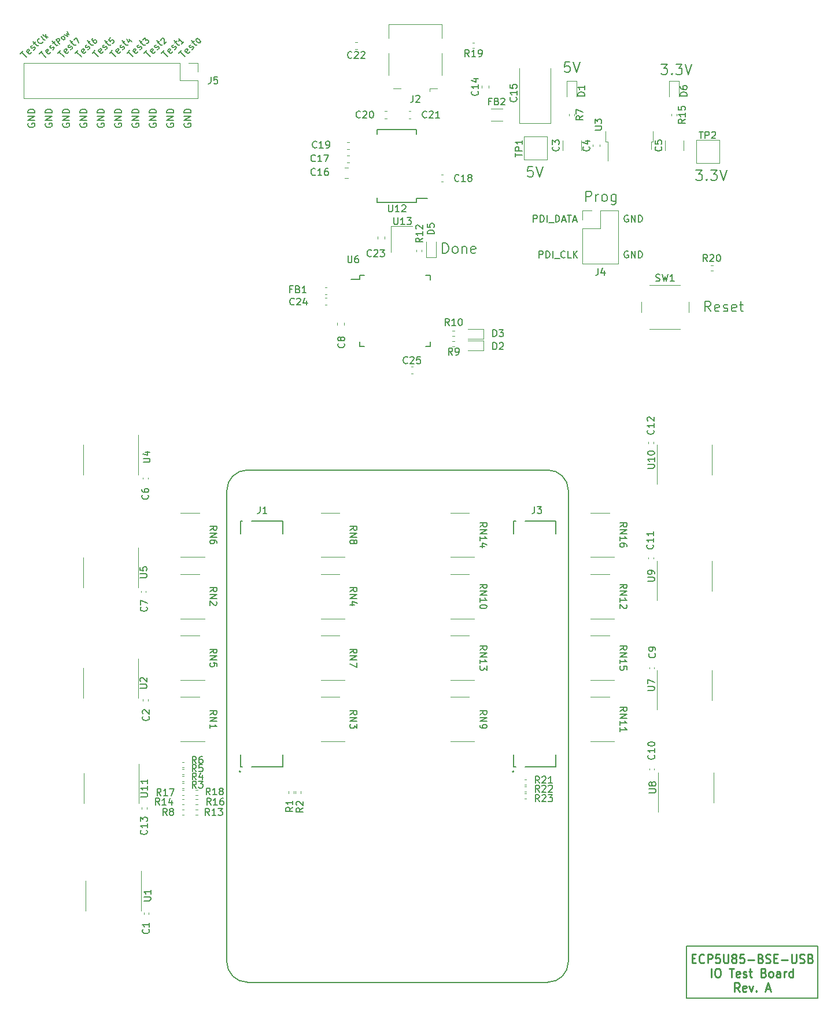
<source format=gbr>
%TF.GenerationSoftware,KiCad,Pcbnew,(6.0.0)*%
%TF.CreationDate,2022-10-06T12:47:50-04:00*%
%TF.ProjectId,ecp5u85-bse-usb_io-tester,65637035-7538-4352-9d62-73652d757362,A*%
%TF.SameCoordinates,Original*%
%TF.FileFunction,Legend,Top*%
%TF.FilePolarity,Positive*%
%FSLAX46Y46*%
G04 Gerber Fmt 4.6, Leading zero omitted, Abs format (unit mm)*
G04 Created by KiCad (PCBNEW (6.0.0)) date 2022-10-06 12:47:50*
%MOMM*%
%LPD*%
G01*
G04 APERTURE LIST*
%ADD10C,0.150000*%
%ADD11C,0.200000*%
%ADD12C,0.220000*%
%ADD13C,0.120000*%
G04 APERTURE END LIST*
D10*
X251714285Y-96452380D02*
X251714285Y-95452380D01*
X252095238Y-95452380D01*
X252190476Y-95500000D01*
X252238095Y-95547619D01*
X252285714Y-95642857D01*
X252285714Y-95785714D01*
X252238095Y-95880952D01*
X252190476Y-95928571D01*
X252095238Y-95976190D01*
X251714285Y-95976190D01*
X252714285Y-96452380D02*
X252714285Y-95452380D01*
X252952380Y-95452380D01*
X253095238Y-95500000D01*
X253190476Y-95595238D01*
X253238095Y-95690476D01*
X253285714Y-95880952D01*
X253285714Y-96023809D01*
X253238095Y-96214285D01*
X253190476Y-96309523D01*
X253095238Y-96404761D01*
X252952380Y-96452380D01*
X252714285Y-96452380D01*
X253714285Y-96452380D02*
X253714285Y-95452380D01*
X253952380Y-96547619D02*
X254714285Y-96547619D01*
X255523809Y-96357142D02*
X255476190Y-96404761D01*
X255333333Y-96452380D01*
X255238095Y-96452380D01*
X255095238Y-96404761D01*
X255000000Y-96309523D01*
X254952380Y-96214285D01*
X254904761Y-96023809D01*
X254904761Y-95880952D01*
X254952380Y-95690476D01*
X255000000Y-95595238D01*
X255095238Y-95500000D01*
X255238095Y-95452380D01*
X255333333Y-95452380D01*
X255476190Y-95500000D01*
X255523809Y-95547619D01*
X256428571Y-96452380D02*
X255952380Y-96452380D01*
X255952380Y-95452380D01*
X256761904Y-96452380D02*
X256761904Y-95452380D01*
X257333333Y-96452380D02*
X256904761Y-95880952D01*
X257333333Y-95452380D02*
X256761904Y-96023809D01*
X250880952Y-91202380D02*
X250880952Y-90202380D01*
X251261904Y-90202380D01*
X251357142Y-90250000D01*
X251404761Y-90297619D01*
X251452380Y-90392857D01*
X251452380Y-90535714D01*
X251404761Y-90630952D01*
X251357142Y-90678571D01*
X251261904Y-90726190D01*
X250880952Y-90726190D01*
X251880952Y-91202380D02*
X251880952Y-90202380D01*
X252119047Y-90202380D01*
X252261904Y-90250000D01*
X252357142Y-90345238D01*
X252404761Y-90440476D01*
X252452380Y-90630952D01*
X252452380Y-90773809D01*
X252404761Y-90964285D01*
X252357142Y-91059523D01*
X252261904Y-91154761D01*
X252119047Y-91202380D01*
X251880952Y-91202380D01*
X252880952Y-91202380D02*
X252880952Y-90202380D01*
X253119047Y-91297619D02*
X253880952Y-91297619D01*
X254119047Y-91202380D02*
X254119047Y-90202380D01*
X254357142Y-90202380D01*
X254500000Y-90250000D01*
X254595238Y-90345238D01*
X254642857Y-90440476D01*
X254690476Y-90630952D01*
X254690476Y-90773809D01*
X254642857Y-90964285D01*
X254595238Y-91059523D01*
X254500000Y-91154761D01*
X254357142Y-91202380D01*
X254119047Y-91202380D01*
X255071428Y-90916666D02*
X255547619Y-90916666D01*
X254976190Y-91202380D02*
X255309523Y-90202380D01*
X255642857Y-91202380D01*
X255833333Y-90202380D02*
X256404761Y-90202380D01*
X256119047Y-91202380D02*
X256119047Y-90202380D01*
X256690476Y-90916666D02*
X257166666Y-90916666D01*
X256595238Y-91202380D02*
X256928571Y-90202380D01*
X257261904Y-91202380D01*
X264738095Y-90250000D02*
X264642857Y-90202380D01*
X264500000Y-90202380D01*
X264357142Y-90250000D01*
X264261904Y-90345238D01*
X264214285Y-90440476D01*
X264166666Y-90630952D01*
X264166666Y-90773809D01*
X264214285Y-90964285D01*
X264261904Y-91059523D01*
X264357142Y-91154761D01*
X264500000Y-91202380D01*
X264595238Y-91202380D01*
X264738095Y-91154761D01*
X264785714Y-91107142D01*
X264785714Y-90773809D01*
X264595238Y-90773809D01*
X265214285Y-91202380D02*
X265214285Y-90202380D01*
X265785714Y-91202380D01*
X265785714Y-90202380D01*
X266261904Y-91202380D02*
X266261904Y-90202380D01*
X266500000Y-90202380D01*
X266642857Y-90250000D01*
X266738095Y-90345238D01*
X266785714Y-90440476D01*
X266833333Y-90630952D01*
X266833333Y-90773809D01*
X266785714Y-90964285D01*
X266738095Y-91059523D01*
X266642857Y-91154761D01*
X266500000Y-91202380D01*
X266261904Y-91202380D01*
X264738095Y-95500000D02*
X264642857Y-95452380D01*
X264500000Y-95452380D01*
X264357142Y-95500000D01*
X264261904Y-95595238D01*
X264214285Y-95690476D01*
X264166666Y-95880952D01*
X264166666Y-96023809D01*
X264214285Y-96214285D01*
X264261904Y-96309523D01*
X264357142Y-96404761D01*
X264500000Y-96452380D01*
X264595238Y-96452380D01*
X264738095Y-96404761D01*
X264785714Y-96357142D01*
X264785714Y-96023809D01*
X264595238Y-96023809D01*
X265214285Y-96452380D02*
X265214285Y-95452380D01*
X265785714Y-96452380D01*
X265785714Y-95452380D01*
X266261904Y-96452380D02*
X266261904Y-95452380D01*
X266500000Y-95452380D01*
X266642857Y-95500000D01*
X266738095Y-95595238D01*
X266785714Y-95690476D01*
X266833333Y-95880952D01*
X266833333Y-96023809D01*
X266785714Y-96214285D01*
X266738095Y-96309523D01*
X266642857Y-96404761D01*
X266500000Y-96452380D01*
X266261904Y-96452380D01*
D11*
X253000000Y-202500000D02*
G75*
G03*
X256000000Y-199500000I-1J3000001D01*
G01*
X253000000Y-202500000D02*
X209000000Y-202500000D01*
X273300000Y-197200000D02*
X292500000Y-197200000D01*
X292500000Y-197200000D02*
X292500000Y-204800000D01*
X292500000Y-204800000D02*
X273300000Y-204800000D01*
X273300000Y-204800000D02*
X273300000Y-197200000D01*
X209000000Y-127500000D02*
G75*
G03*
X206000000Y-130500000I1J-3000001D01*
G01*
X256000000Y-130500000D02*
G75*
G03*
X253000000Y-127500000I-3000001J-1D01*
G01*
X206000000Y-130500000D02*
X206000000Y-199500000D01*
X206000000Y-199500000D02*
G75*
G03*
X209000000Y-202500000I3000001J1D01*
G01*
X209000000Y-127500000D02*
X253000000Y-127500000D01*
X256000000Y-130500000D02*
X256000000Y-199500000D01*
D12*
X274100000Y-199014142D02*
X274500000Y-199014142D01*
X274671428Y-199695095D02*
X274100000Y-199695095D01*
X274100000Y-198395095D01*
X274671428Y-198395095D01*
X275871428Y-199571285D02*
X275814285Y-199633190D01*
X275642857Y-199695095D01*
X275528571Y-199695095D01*
X275357142Y-199633190D01*
X275242857Y-199509380D01*
X275185714Y-199385571D01*
X275128571Y-199137952D01*
X275128571Y-198952238D01*
X275185714Y-198704619D01*
X275242857Y-198580809D01*
X275357142Y-198457000D01*
X275528571Y-198395095D01*
X275642857Y-198395095D01*
X275814285Y-198457000D01*
X275871428Y-198518904D01*
X276385714Y-199695095D02*
X276385714Y-198395095D01*
X276842857Y-198395095D01*
X276957142Y-198457000D01*
X277014285Y-198518904D01*
X277071428Y-198642714D01*
X277071428Y-198828428D01*
X277014285Y-198952238D01*
X276957142Y-199014142D01*
X276842857Y-199076047D01*
X276385714Y-199076047D01*
X278157142Y-198395095D02*
X277585714Y-198395095D01*
X277528571Y-199014142D01*
X277585714Y-198952238D01*
X277700000Y-198890333D01*
X277985714Y-198890333D01*
X278100000Y-198952238D01*
X278157142Y-199014142D01*
X278214285Y-199137952D01*
X278214285Y-199447476D01*
X278157142Y-199571285D01*
X278100000Y-199633190D01*
X277985714Y-199695095D01*
X277700000Y-199695095D01*
X277585714Y-199633190D01*
X277528571Y-199571285D01*
X278728571Y-198395095D02*
X278728571Y-199447476D01*
X278785714Y-199571285D01*
X278842857Y-199633190D01*
X278957142Y-199695095D01*
X279185714Y-199695095D01*
X279300000Y-199633190D01*
X279357142Y-199571285D01*
X279414285Y-199447476D01*
X279414285Y-198395095D01*
X280157142Y-198952238D02*
X280042857Y-198890333D01*
X279985714Y-198828428D01*
X279928571Y-198704619D01*
X279928571Y-198642714D01*
X279985714Y-198518904D01*
X280042857Y-198457000D01*
X280157142Y-198395095D01*
X280385714Y-198395095D01*
X280500000Y-198457000D01*
X280557142Y-198518904D01*
X280614285Y-198642714D01*
X280614285Y-198704619D01*
X280557142Y-198828428D01*
X280500000Y-198890333D01*
X280385714Y-198952238D01*
X280157142Y-198952238D01*
X280042857Y-199014142D01*
X279985714Y-199076047D01*
X279928571Y-199199857D01*
X279928571Y-199447476D01*
X279985714Y-199571285D01*
X280042857Y-199633190D01*
X280157142Y-199695095D01*
X280385714Y-199695095D01*
X280500000Y-199633190D01*
X280557142Y-199571285D01*
X280614285Y-199447476D01*
X280614285Y-199199857D01*
X280557142Y-199076047D01*
X280500000Y-199014142D01*
X280385714Y-198952238D01*
X281700000Y-198395095D02*
X281128571Y-198395095D01*
X281071428Y-199014142D01*
X281128571Y-198952238D01*
X281242857Y-198890333D01*
X281528571Y-198890333D01*
X281642857Y-198952238D01*
X281700000Y-199014142D01*
X281757142Y-199137952D01*
X281757142Y-199447476D01*
X281700000Y-199571285D01*
X281642857Y-199633190D01*
X281528571Y-199695095D01*
X281242857Y-199695095D01*
X281128571Y-199633190D01*
X281071428Y-199571285D01*
X282271428Y-199199857D02*
X283185714Y-199199857D01*
X284157142Y-199014142D02*
X284328571Y-199076047D01*
X284385714Y-199137952D01*
X284442857Y-199261761D01*
X284442857Y-199447476D01*
X284385714Y-199571285D01*
X284328571Y-199633190D01*
X284214285Y-199695095D01*
X283757142Y-199695095D01*
X283757142Y-198395095D01*
X284157142Y-198395095D01*
X284271428Y-198457000D01*
X284328571Y-198518904D01*
X284385714Y-198642714D01*
X284385714Y-198766523D01*
X284328571Y-198890333D01*
X284271428Y-198952238D01*
X284157142Y-199014142D01*
X283757142Y-199014142D01*
X284900000Y-199633190D02*
X285071428Y-199695095D01*
X285357142Y-199695095D01*
X285471428Y-199633190D01*
X285528571Y-199571285D01*
X285585714Y-199447476D01*
X285585714Y-199323666D01*
X285528571Y-199199857D01*
X285471428Y-199137952D01*
X285357142Y-199076047D01*
X285128571Y-199014142D01*
X285014285Y-198952238D01*
X284957142Y-198890333D01*
X284900000Y-198766523D01*
X284900000Y-198642714D01*
X284957142Y-198518904D01*
X285014285Y-198457000D01*
X285128571Y-198395095D01*
X285414285Y-198395095D01*
X285585714Y-198457000D01*
X286100000Y-199014142D02*
X286500000Y-199014142D01*
X286671428Y-199695095D02*
X286100000Y-199695095D01*
X286100000Y-198395095D01*
X286671428Y-198395095D01*
X287185714Y-199199857D02*
X288100000Y-199199857D01*
X288671428Y-198395095D02*
X288671428Y-199447476D01*
X288728571Y-199571285D01*
X288785714Y-199633190D01*
X288900000Y-199695095D01*
X289128571Y-199695095D01*
X289242857Y-199633190D01*
X289300000Y-199571285D01*
X289357142Y-199447476D01*
X289357142Y-198395095D01*
X289871428Y-199633190D02*
X290042857Y-199695095D01*
X290328571Y-199695095D01*
X290442857Y-199633190D01*
X290500000Y-199571285D01*
X290557142Y-199447476D01*
X290557142Y-199323666D01*
X290500000Y-199199857D01*
X290442857Y-199137952D01*
X290328571Y-199076047D01*
X290100000Y-199014142D01*
X289985714Y-198952238D01*
X289928571Y-198890333D01*
X289871428Y-198766523D01*
X289871428Y-198642714D01*
X289928571Y-198518904D01*
X289985714Y-198457000D01*
X290100000Y-198395095D01*
X290385714Y-198395095D01*
X290557142Y-198457000D01*
X291471428Y-199014142D02*
X291642857Y-199076047D01*
X291700000Y-199137952D01*
X291757142Y-199261761D01*
X291757142Y-199447476D01*
X291700000Y-199571285D01*
X291642857Y-199633190D01*
X291528571Y-199695095D01*
X291071428Y-199695095D01*
X291071428Y-198395095D01*
X291471428Y-198395095D01*
X291585714Y-198457000D01*
X291642857Y-198518904D01*
X291700000Y-198642714D01*
X291700000Y-198766523D01*
X291642857Y-198890333D01*
X291585714Y-198952238D01*
X291471428Y-199014142D01*
X291071428Y-199014142D01*
X276957142Y-201788095D02*
X276957142Y-200488095D01*
X277757142Y-200488095D02*
X277985714Y-200488095D01*
X278100000Y-200550000D01*
X278214285Y-200673809D01*
X278271428Y-200921428D01*
X278271428Y-201354761D01*
X278214285Y-201602380D01*
X278100000Y-201726190D01*
X277985714Y-201788095D01*
X277757142Y-201788095D01*
X277642857Y-201726190D01*
X277528571Y-201602380D01*
X277471428Y-201354761D01*
X277471428Y-200921428D01*
X277528571Y-200673809D01*
X277642857Y-200550000D01*
X277757142Y-200488095D01*
X279528571Y-200488095D02*
X280214285Y-200488095D01*
X279871428Y-201788095D02*
X279871428Y-200488095D01*
X281071428Y-201726190D02*
X280957142Y-201788095D01*
X280728571Y-201788095D01*
X280614285Y-201726190D01*
X280557142Y-201602380D01*
X280557142Y-201107142D01*
X280614285Y-200983333D01*
X280728571Y-200921428D01*
X280957142Y-200921428D01*
X281071428Y-200983333D01*
X281128571Y-201107142D01*
X281128571Y-201230952D01*
X280557142Y-201354761D01*
X281585714Y-201726190D02*
X281700000Y-201788095D01*
X281928571Y-201788095D01*
X282042857Y-201726190D01*
X282100000Y-201602380D01*
X282100000Y-201540476D01*
X282042857Y-201416666D01*
X281928571Y-201354761D01*
X281757142Y-201354761D01*
X281642857Y-201292857D01*
X281585714Y-201169047D01*
X281585714Y-201107142D01*
X281642857Y-200983333D01*
X281757142Y-200921428D01*
X281928571Y-200921428D01*
X282042857Y-200983333D01*
X282442857Y-200921428D02*
X282900000Y-200921428D01*
X282614285Y-200488095D02*
X282614285Y-201602380D01*
X282671428Y-201726190D01*
X282785714Y-201788095D01*
X282900000Y-201788095D01*
X284614285Y-201107142D02*
X284785714Y-201169047D01*
X284842857Y-201230952D01*
X284900000Y-201354761D01*
X284900000Y-201540476D01*
X284842857Y-201664285D01*
X284785714Y-201726190D01*
X284671428Y-201788095D01*
X284214285Y-201788095D01*
X284214285Y-200488095D01*
X284614285Y-200488095D01*
X284728571Y-200550000D01*
X284785714Y-200611904D01*
X284842857Y-200735714D01*
X284842857Y-200859523D01*
X284785714Y-200983333D01*
X284728571Y-201045238D01*
X284614285Y-201107142D01*
X284214285Y-201107142D01*
X285585714Y-201788095D02*
X285471428Y-201726190D01*
X285414285Y-201664285D01*
X285357142Y-201540476D01*
X285357142Y-201169047D01*
X285414285Y-201045238D01*
X285471428Y-200983333D01*
X285585714Y-200921428D01*
X285757142Y-200921428D01*
X285871428Y-200983333D01*
X285928571Y-201045238D01*
X285985714Y-201169047D01*
X285985714Y-201540476D01*
X285928571Y-201664285D01*
X285871428Y-201726190D01*
X285757142Y-201788095D01*
X285585714Y-201788095D01*
X287014285Y-201788095D02*
X287014285Y-201107142D01*
X286957142Y-200983333D01*
X286842857Y-200921428D01*
X286614285Y-200921428D01*
X286500000Y-200983333D01*
X287014285Y-201726190D02*
X286900000Y-201788095D01*
X286614285Y-201788095D01*
X286500000Y-201726190D01*
X286442857Y-201602380D01*
X286442857Y-201478571D01*
X286500000Y-201354761D01*
X286614285Y-201292857D01*
X286900000Y-201292857D01*
X287014285Y-201230952D01*
X287585714Y-201788095D02*
X287585714Y-200921428D01*
X287585714Y-201169047D02*
X287642857Y-201045238D01*
X287700000Y-200983333D01*
X287814285Y-200921428D01*
X287928571Y-200921428D01*
X288842857Y-201788095D02*
X288842857Y-200488095D01*
X288842857Y-201726190D02*
X288728571Y-201788095D01*
X288500000Y-201788095D01*
X288385714Y-201726190D01*
X288328571Y-201664285D01*
X288271428Y-201540476D01*
X288271428Y-201169047D01*
X288328571Y-201045238D01*
X288385714Y-200983333D01*
X288500000Y-200921428D01*
X288728571Y-200921428D01*
X288842857Y-200983333D01*
X281042857Y-203881095D02*
X280642857Y-203262047D01*
X280357142Y-203881095D02*
X280357142Y-202581095D01*
X280814285Y-202581095D01*
X280928571Y-202643000D01*
X280985714Y-202704904D01*
X281042857Y-202828714D01*
X281042857Y-203014428D01*
X280985714Y-203138238D01*
X280928571Y-203200142D01*
X280814285Y-203262047D01*
X280357142Y-203262047D01*
X282014285Y-203819190D02*
X281900000Y-203881095D01*
X281671428Y-203881095D01*
X281557142Y-203819190D01*
X281500000Y-203695380D01*
X281500000Y-203200142D01*
X281557142Y-203076333D01*
X281671428Y-203014428D01*
X281900000Y-203014428D01*
X282014285Y-203076333D01*
X282071428Y-203200142D01*
X282071428Y-203323952D01*
X281500000Y-203447761D01*
X282471428Y-203014428D02*
X282757142Y-203881095D01*
X283042857Y-203014428D01*
X283500000Y-203757285D02*
X283557142Y-203819190D01*
X283500000Y-203881095D01*
X283442857Y-203819190D01*
X283500000Y-203757285D01*
X283500000Y-203881095D01*
X284928571Y-203509666D02*
X285500000Y-203509666D01*
X284814285Y-203881095D02*
X285214285Y-202581095D01*
X285614285Y-203881095D01*
D10*
X181250084Y-66475465D02*
X181654145Y-66071404D01*
X182159221Y-66980541D02*
X181452114Y-66273435D01*
X182832656Y-66239763D02*
X182798984Y-66340778D01*
X182664297Y-66475465D01*
X182563282Y-66509137D01*
X182462267Y-66475465D01*
X182192893Y-66206091D01*
X182159221Y-66105076D01*
X182192893Y-66004061D01*
X182327580Y-65869374D01*
X182428595Y-65835702D01*
X182529610Y-65869374D01*
X182596954Y-65936717D01*
X182327580Y-66340778D01*
X183135702Y-65936717D02*
X183236717Y-65903045D01*
X183371404Y-65768358D01*
X183405076Y-65667343D01*
X183371404Y-65566328D01*
X183337732Y-65532656D01*
X183236717Y-65498984D01*
X183135702Y-65532656D01*
X183034687Y-65633671D01*
X182933671Y-65667343D01*
X182832656Y-65633671D01*
X182798984Y-65599999D01*
X182765312Y-65498984D01*
X182798984Y-65397969D01*
X182900000Y-65296954D01*
X183001015Y-65263282D01*
X183203045Y-64993908D02*
X183472419Y-64724534D01*
X183068358Y-64657190D02*
X183674450Y-65263282D01*
X183775465Y-65296954D01*
X183876480Y-65263282D01*
X183943824Y-65195938D01*
X183603739Y-64559542D02*
X183980863Y-64182419D01*
X184304112Y-64990541D01*
X184555554Y-76761904D02*
X184507934Y-76857142D01*
X184507934Y-77000000D01*
X184555554Y-77142857D01*
X184650792Y-77238095D01*
X184746030Y-77285714D01*
X184936506Y-77333333D01*
X185079363Y-77333333D01*
X185269839Y-77285714D01*
X185365077Y-77238095D01*
X185460315Y-77142857D01*
X185507934Y-77000000D01*
X185507934Y-76904761D01*
X185460315Y-76761904D01*
X185412696Y-76714285D01*
X185079363Y-76714285D01*
X185079363Y-76904761D01*
X185507934Y-76285714D02*
X184507934Y-76285714D01*
X185507934Y-75714285D01*
X184507934Y-75714285D01*
X185507934Y-75238095D02*
X184507934Y-75238095D01*
X184507934Y-75000000D01*
X184555554Y-74857142D01*
X184650792Y-74761904D01*
X184746030Y-74714285D01*
X184936506Y-74666666D01*
X185079363Y-74666666D01*
X185269839Y-74714285D01*
X185365077Y-74761904D01*
X185460315Y-74857142D01*
X185507934Y-75000000D01*
X185507934Y-75238095D01*
X197259254Y-76761904D02*
X197211634Y-76857142D01*
X197211634Y-77000000D01*
X197259254Y-77142857D01*
X197354492Y-77238095D01*
X197449730Y-77285714D01*
X197640206Y-77333333D01*
X197783063Y-77333333D01*
X197973539Y-77285714D01*
X198068777Y-77238095D01*
X198164015Y-77142857D01*
X198211634Y-77000000D01*
X198211634Y-76904761D01*
X198164015Y-76761904D01*
X198116396Y-76714285D01*
X197783063Y-76714285D01*
X197783063Y-76904761D01*
X198211634Y-76285714D02*
X197211634Y-76285714D01*
X198211634Y-75714285D01*
X197211634Y-75714285D01*
X198211634Y-75238095D02*
X197211634Y-75238095D01*
X197211634Y-75000000D01*
X197259254Y-74857142D01*
X197354492Y-74761904D01*
X197449730Y-74714285D01*
X197640206Y-74666666D01*
X197783063Y-74666666D01*
X197973539Y-74714285D01*
X198068777Y-74761904D01*
X198164015Y-74857142D01*
X198211634Y-75000000D01*
X198211634Y-75238095D01*
X193916749Y-66475465D02*
X194320810Y-66071404D01*
X194825886Y-66980541D02*
X194118779Y-66273435D01*
X195499321Y-66239763D02*
X195465649Y-66340778D01*
X195330962Y-66475465D01*
X195229947Y-66509137D01*
X195128932Y-66475465D01*
X194859558Y-66206091D01*
X194825886Y-66105076D01*
X194859558Y-66004061D01*
X194994245Y-65869374D01*
X195095260Y-65835702D01*
X195196275Y-65869374D01*
X195263619Y-65936717D01*
X194994245Y-66340778D01*
X195802367Y-65936717D02*
X195903382Y-65903045D01*
X196038069Y-65768358D01*
X196071741Y-65667343D01*
X196038069Y-65566328D01*
X196004397Y-65532656D01*
X195903382Y-65498984D01*
X195802367Y-65532656D01*
X195701352Y-65633671D01*
X195600336Y-65667343D01*
X195499321Y-65633671D01*
X195465649Y-65599999D01*
X195431977Y-65498984D01*
X195465649Y-65397969D01*
X195566665Y-65296954D01*
X195667680Y-65263282D01*
X195869710Y-64993908D02*
X196139084Y-64724534D01*
X195735023Y-64657190D02*
X196341115Y-65263282D01*
X196442130Y-65296954D01*
X196543145Y-65263282D01*
X196610489Y-65195938D01*
X196351216Y-64586480D02*
X196351216Y-64532605D01*
X196378154Y-64451793D01*
X196512841Y-64317106D01*
X196593653Y-64290168D01*
X196647528Y-64290168D01*
X196728340Y-64317106D01*
X196782215Y-64370981D01*
X196836090Y-64478730D01*
X196836090Y-65125228D01*
X197186276Y-64775042D01*
X187096294Y-76761904D02*
X187048674Y-76857142D01*
X187048674Y-77000000D01*
X187096294Y-77142857D01*
X187191532Y-77238095D01*
X187286770Y-77285714D01*
X187477246Y-77333333D01*
X187620103Y-77333333D01*
X187810579Y-77285714D01*
X187905817Y-77238095D01*
X188001055Y-77142857D01*
X188048674Y-77000000D01*
X188048674Y-76904761D01*
X188001055Y-76761904D01*
X187953436Y-76714285D01*
X187620103Y-76714285D01*
X187620103Y-76904761D01*
X188048674Y-76285714D02*
X187048674Y-76285714D01*
X188048674Y-75714285D01*
X187048674Y-75714285D01*
X188048674Y-75238095D02*
X187048674Y-75238095D01*
X187048674Y-75000000D01*
X187096294Y-74857142D01*
X187191532Y-74761904D01*
X187286770Y-74714285D01*
X187477246Y-74666666D01*
X187620103Y-74666666D01*
X187810579Y-74714285D01*
X187905817Y-74761904D01*
X188001055Y-74857142D01*
X188048674Y-75000000D01*
X188048674Y-75238095D01*
D11*
X258535714Y-88178571D02*
X258535714Y-86678571D01*
X259107142Y-86678571D01*
X259250000Y-86750000D01*
X259321428Y-86821428D01*
X259392857Y-86964285D01*
X259392857Y-87178571D01*
X259321428Y-87321428D01*
X259250000Y-87392857D01*
X259107142Y-87464285D01*
X258535714Y-87464285D01*
X260035714Y-88178571D02*
X260035714Y-87178571D01*
X260035714Y-87464285D02*
X260107142Y-87321428D01*
X260178571Y-87250000D01*
X260321428Y-87178571D01*
X260464285Y-87178571D01*
X261178571Y-88178571D02*
X261035714Y-88107142D01*
X260964285Y-88035714D01*
X260892857Y-87892857D01*
X260892857Y-87464285D01*
X260964285Y-87321428D01*
X261035714Y-87250000D01*
X261178571Y-87178571D01*
X261392857Y-87178571D01*
X261535714Y-87250000D01*
X261607142Y-87321428D01*
X261678571Y-87464285D01*
X261678571Y-87892857D01*
X261607142Y-88035714D01*
X261535714Y-88107142D01*
X261392857Y-88178571D01*
X261178571Y-88178571D01*
X262964285Y-87178571D02*
X262964285Y-88392857D01*
X262892857Y-88535714D01*
X262821428Y-88607142D01*
X262678571Y-88678571D01*
X262464285Y-88678571D01*
X262321428Y-88607142D01*
X262964285Y-88107142D02*
X262821428Y-88178571D01*
X262535714Y-88178571D01*
X262392857Y-88107142D01*
X262321428Y-88035714D01*
X262250000Y-87892857D01*
X262250000Y-87464285D01*
X262321428Y-87321428D01*
X262392857Y-87250000D01*
X262535714Y-87178571D01*
X262821428Y-87178571D01*
X262964285Y-87250000D01*
D10*
X194718514Y-76761904D02*
X194670894Y-76857142D01*
X194670894Y-77000000D01*
X194718514Y-77142857D01*
X194813752Y-77238095D01*
X194908990Y-77285714D01*
X195099466Y-77333333D01*
X195242323Y-77333333D01*
X195432799Y-77285714D01*
X195528037Y-77238095D01*
X195623275Y-77142857D01*
X195670894Y-77000000D01*
X195670894Y-76904761D01*
X195623275Y-76761904D01*
X195575656Y-76714285D01*
X195242323Y-76714285D01*
X195242323Y-76904761D01*
X195670894Y-76285714D02*
X194670894Y-76285714D01*
X195670894Y-75714285D01*
X194670894Y-75714285D01*
X195670894Y-75238095D02*
X194670894Y-75238095D01*
X194670894Y-75000000D01*
X194718514Y-74857142D01*
X194813752Y-74761904D01*
X194908990Y-74714285D01*
X195099466Y-74666666D01*
X195242323Y-74666666D01*
X195432799Y-74714285D01*
X195528037Y-74761904D01*
X195623275Y-74857142D01*
X195670894Y-75000000D01*
X195670894Y-75238095D01*
X192177774Y-76761904D02*
X192130154Y-76857142D01*
X192130154Y-77000000D01*
X192177774Y-77142857D01*
X192273012Y-77238095D01*
X192368250Y-77285714D01*
X192558726Y-77333333D01*
X192701583Y-77333333D01*
X192892059Y-77285714D01*
X192987297Y-77238095D01*
X193082535Y-77142857D01*
X193130154Y-77000000D01*
X193130154Y-76904761D01*
X193082535Y-76761904D01*
X193034916Y-76714285D01*
X192701583Y-76714285D01*
X192701583Y-76904761D01*
X193130154Y-76285714D02*
X192130154Y-76285714D01*
X193130154Y-75714285D01*
X192130154Y-75714285D01*
X193130154Y-75238095D02*
X192130154Y-75238095D01*
X192130154Y-75000000D01*
X192177774Y-74857142D01*
X192273012Y-74761904D01*
X192368250Y-74714285D01*
X192558726Y-74666666D01*
X192701583Y-74666666D01*
X192892059Y-74714285D01*
X192987297Y-74761904D01*
X193082535Y-74857142D01*
X193130154Y-75000000D01*
X193130154Y-75238095D01*
D11*
X250814285Y-83078571D02*
X250100000Y-83078571D01*
X250028571Y-83792857D01*
X250100000Y-83721428D01*
X250242857Y-83650000D01*
X250600000Y-83650000D01*
X250742857Y-83721428D01*
X250814285Y-83792857D01*
X250885714Y-83935714D01*
X250885714Y-84292857D01*
X250814285Y-84435714D01*
X250742857Y-84507142D01*
X250600000Y-84578571D01*
X250242857Y-84578571D01*
X250100000Y-84507142D01*
X250028571Y-84435714D01*
X251314285Y-83078571D02*
X251814285Y-84578571D01*
X252314285Y-83078571D01*
D10*
X198983418Y-66475465D02*
X199387479Y-66071404D01*
X199892555Y-66980541D02*
X199185448Y-66273435D01*
X200565990Y-66239763D02*
X200532318Y-66340778D01*
X200397631Y-66475465D01*
X200296616Y-66509137D01*
X200195601Y-66475465D01*
X199926227Y-66206091D01*
X199892555Y-66105076D01*
X199926227Y-66004061D01*
X200060914Y-65869374D01*
X200161929Y-65835702D01*
X200262944Y-65869374D01*
X200330288Y-65936717D01*
X200060914Y-66340778D01*
X200869036Y-65936717D02*
X200970051Y-65903045D01*
X201104738Y-65768358D01*
X201138410Y-65667343D01*
X201104738Y-65566328D01*
X201071066Y-65532656D01*
X200970051Y-65498984D01*
X200869036Y-65532656D01*
X200768021Y-65633671D01*
X200667005Y-65667343D01*
X200565990Y-65633671D01*
X200532318Y-65599999D01*
X200498646Y-65498984D01*
X200532318Y-65397969D01*
X200633334Y-65296954D01*
X200734349Y-65263282D01*
X200936379Y-64993908D02*
X201205753Y-64724534D01*
X200801692Y-64657190D02*
X201407784Y-65263282D01*
X201508799Y-65296954D01*
X201609814Y-65263282D01*
X201677158Y-65195938D01*
X201498698Y-64397918D02*
X201552572Y-64344043D01*
X201633385Y-64317106D01*
X201687259Y-64317106D01*
X201768072Y-64344043D01*
X201902759Y-64424855D01*
X202037446Y-64559542D01*
X202118258Y-64694229D01*
X202145195Y-64775042D01*
X202145195Y-64828916D01*
X202118258Y-64909729D01*
X202064383Y-64963603D01*
X201983571Y-64990541D01*
X201929696Y-64990541D01*
X201848884Y-64963603D01*
X201714197Y-64882791D01*
X201579510Y-64748104D01*
X201498698Y-64613417D01*
X201471760Y-64532605D01*
X201471760Y-64478730D01*
X201498698Y-64397918D01*
X178584398Y-66541150D02*
X178988459Y-66137089D01*
X179493536Y-67046227D02*
X178786429Y-66339120D01*
X180166971Y-66305448D02*
X180133299Y-66406463D01*
X179998612Y-66541150D01*
X179897597Y-66574822D01*
X179796581Y-66541150D01*
X179527207Y-66271776D01*
X179493536Y-66170761D01*
X179527207Y-66069746D01*
X179661894Y-65935059D01*
X179762910Y-65901387D01*
X179863925Y-65935059D01*
X179931268Y-66002402D01*
X179661894Y-66406463D01*
X180470016Y-66002402D02*
X180571032Y-65968731D01*
X180705719Y-65834044D01*
X180739390Y-65733028D01*
X180705719Y-65632013D01*
X180672047Y-65598341D01*
X180571032Y-65564670D01*
X180470016Y-65598341D01*
X180369001Y-65699357D01*
X180267986Y-65733028D01*
X180166971Y-65699357D01*
X180133299Y-65665685D01*
X180099627Y-65564670D01*
X180133299Y-65463654D01*
X180234314Y-65362639D01*
X180335329Y-65328967D01*
X180537360Y-65059593D02*
X180806734Y-64790219D01*
X180402673Y-64722876D02*
X181008764Y-65328967D01*
X181109780Y-65362639D01*
X181210795Y-65328967D01*
X181278138Y-65261624D01*
X181557614Y-65137038D02*
X180991928Y-64571353D01*
X181207428Y-64355854D01*
X181288240Y-64328916D01*
X181342115Y-64328916D01*
X181422927Y-64355854D01*
X181503739Y-64436666D01*
X181530677Y-64517478D01*
X181530677Y-64571353D01*
X181503739Y-64652165D01*
X181288240Y-64867664D01*
X182204112Y-64490541D02*
X182123299Y-64517478D01*
X182069425Y-64517478D01*
X181988612Y-64490541D01*
X181826988Y-64328916D01*
X181800051Y-64248104D01*
X181800051Y-64194229D01*
X181826988Y-64113417D01*
X181907800Y-64032605D01*
X181988612Y-64005668D01*
X182042487Y-64005668D01*
X182123299Y-64032605D01*
X182284924Y-64194229D01*
X182311861Y-64275042D01*
X182311861Y-64328916D01*
X182284924Y-64409729D01*
X182204112Y-64490541D01*
X182204112Y-63736294D02*
X182688985Y-64005668D01*
X182527360Y-63628544D01*
X182904484Y-63790168D01*
X182635110Y-63305295D01*
D11*
X256214285Y-67778571D02*
X255500000Y-67778571D01*
X255428571Y-68492857D01*
X255500000Y-68421428D01*
X255642857Y-68350000D01*
X256000000Y-68350000D01*
X256142857Y-68421428D01*
X256214285Y-68492857D01*
X256285714Y-68635714D01*
X256285714Y-68992857D01*
X256214285Y-69135714D01*
X256142857Y-69207142D01*
X256000000Y-69278571D01*
X255642857Y-69278571D01*
X255500000Y-69207142D01*
X255428571Y-69135714D01*
X256714285Y-67778571D02*
X257214285Y-69278571D01*
X257714285Y-67778571D01*
D10*
X183783417Y-66475465D02*
X184187478Y-66071404D01*
X184692554Y-66980541D02*
X183985447Y-66273435D01*
X185365989Y-66239763D02*
X185332317Y-66340778D01*
X185197630Y-66475465D01*
X185096615Y-66509137D01*
X184995600Y-66475465D01*
X184726226Y-66206091D01*
X184692554Y-66105076D01*
X184726226Y-66004061D01*
X184860913Y-65869374D01*
X184961928Y-65835702D01*
X185062943Y-65869374D01*
X185130287Y-65936717D01*
X184860913Y-66340778D01*
X185669035Y-65936717D02*
X185770050Y-65903045D01*
X185904737Y-65768358D01*
X185938409Y-65667343D01*
X185904737Y-65566328D01*
X185871065Y-65532656D01*
X185770050Y-65498984D01*
X185669035Y-65532656D01*
X185568020Y-65633671D01*
X185467004Y-65667343D01*
X185365989Y-65633671D01*
X185332317Y-65599999D01*
X185298645Y-65498984D01*
X185332317Y-65397969D01*
X185433333Y-65296954D01*
X185534348Y-65263282D01*
X185736378Y-64993908D02*
X186005752Y-64724534D01*
X185601691Y-64657190D02*
X186207783Y-65263282D01*
X186308798Y-65296954D01*
X186409813Y-65263282D01*
X186477157Y-65195938D01*
X186433384Y-64263231D02*
X186325634Y-64370981D01*
X186298697Y-64451793D01*
X186298697Y-64505668D01*
X186325634Y-64640355D01*
X186406446Y-64775042D01*
X186621945Y-64990541D01*
X186702758Y-65017478D01*
X186756632Y-65017478D01*
X186837445Y-64990541D01*
X186945194Y-64882791D01*
X186972132Y-64801979D01*
X186972132Y-64748104D01*
X186945194Y-64667292D01*
X186810507Y-64532605D01*
X186729695Y-64505668D01*
X186675820Y-64505668D01*
X186595008Y-64532605D01*
X186487258Y-64640355D01*
X186460321Y-64721167D01*
X186460321Y-64775042D01*
X186487258Y-64855854D01*
X189637034Y-76761904D02*
X189589414Y-76857142D01*
X189589414Y-77000000D01*
X189637034Y-77142857D01*
X189732272Y-77238095D01*
X189827510Y-77285714D01*
X190017986Y-77333333D01*
X190160843Y-77333333D01*
X190351319Y-77285714D01*
X190446557Y-77238095D01*
X190541795Y-77142857D01*
X190589414Y-77000000D01*
X190589414Y-76904761D01*
X190541795Y-76761904D01*
X190494176Y-76714285D01*
X190160843Y-76714285D01*
X190160843Y-76904761D01*
X190589414Y-76285714D02*
X189589414Y-76285714D01*
X190589414Y-75714285D01*
X189589414Y-75714285D01*
X190589414Y-75238095D02*
X189589414Y-75238095D01*
X189589414Y-75000000D01*
X189637034Y-74857142D01*
X189732272Y-74761904D01*
X189827510Y-74714285D01*
X190017986Y-74666666D01*
X190160843Y-74666666D01*
X190351319Y-74714285D01*
X190446557Y-74761904D01*
X190541795Y-74857142D01*
X190589414Y-75000000D01*
X190589414Y-75238095D01*
D11*
X269585714Y-68078571D02*
X270514285Y-68078571D01*
X270014285Y-68650000D01*
X270228571Y-68650000D01*
X270371428Y-68721428D01*
X270442857Y-68792857D01*
X270514285Y-68935714D01*
X270514285Y-69292857D01*
X270442857Y-69435714D01*
X270371428Y-69507142D01*
X270228571Y-69578571D01*
X269800000Y-69578571D01*
X269657142Y-69507142D01*
X269585714Y-69435714D01*
X271157142Y-69435714D02*
X271228571Y-69507142D01*
X271157142Y-69578571D01*
X271085714Y-69507142D01*
X271157142Y-69435714D01*
X271157142Y-69578571D01*
X271728571Y-68078571D02*
X272657142Y-68078571D01*
X272157142Y-68650000D01*
X272371428Y-68650000D01*
X272514285Y-68721428D01*
X272585714Y-68792857D01*
X272657142Y-68935714D01*
X272657142Y-69292857D01*
X272585714Y-69435714D01*
X272514285Y-69507142D01*
X272371428Y-69578571D01*
X271942857Y-69578571D01*
X271800000Y-69507142D01*
X271728571Y-69435714D01*
X273085714Y-68078571D02*
X273585714Y-69578571D01*
X274085714Y-68078571D01*
D10*
X176933334Y-76761904D02*
X176885714Y-76857142D01*
X176885714Y-77000000D01*
X176933334Y-77142857D01*
X177028572Y-77238095D01*
X177123810Y-77285714D01*
X177314286Y-77333333D01*
X177457143Y-77333333D01*
X177647619Y-77285714D01*
X177742857Y-77238095D01*
X177838095Y-77142857D01*
X177885714Y-77000000D01*
X177885714Y-76904761D01*
X177838095Y-76761904D01*
X177790476Y-76714285D01*
X177457143Y-76714285D01*
X177457143Y-76904761D01*
X177885714Y-76285714D02*
X176885714Y-76285714D01*
X177885714Y-75714285D01*
X176885714Y-75714285D01*
X177885714Y-75238095D02*
X176885714Y-75238095D01*
X176885714Y-75000000D01*
X176933334Y-74857142D01*
X177028572Y-74761904D01*
X177123810Y-74714285D01*
X177314286Y-74666666D01*
X177457143Y-74666666D01*
X177647619Y-74714285D01*
X177742857Y-74761904D01*
X177838095Y-74857142D01*
X177885714Y-75000000D01*
X177885714Y-75238095D01*
X179474074Y-76761904D02*
X179426454Y-76857142D01*
X179426454Y-77000000D01*
X179474074Y-77142857D01*
X179569312Y-77238095D01*
X179664550Y-77285714D01*
X179855026Y-77333333D01*
X179997883Y-77333333D01*
X180188359Y-77285714D01*
X180283597Y-77238095D01*
X180378835Y-77142857D01*
X180426454Y-77000000D01*
X180426454Y-76904761D01*
X180378835Y-76761904D01*
X180331216Y-76714285D01*
X179997883Y-76714285D01*
X179997883Y-76904761D01*
X180426454Y-76285714D02*
X179426454Y-76285714D01*
X180426454Y-75714285D01*
X179426454Y-75714285D01*
X180426454Y-75238095D02*
X179426454Y-75238095D01*
X179426454Y-75000000D01*
X179474074Y-74857142D01*
X179569312Y-74761904D01*
X179664550Y-74714285D01*
X179855026Y-74666666D01*
X179997883Y-74666666D01*
X180188359Y-74714285D01*
X180283597Y-74761904D01*
X180378835Y-74857142D01*
X180426454Y-75000000D01*
X180426454Y-75238095D01*
X182014814Y-76761904D02*
X181967194Y-76857142D01*
X181967194Y-77000000D01*
X182014814Y-77142857D01*
X182110052Y-77238095D01*
X182205290Y-77285714D01*
X182395766Y-77333333D01*
X182538623Y-77333333D01*
X182729099Y-77285714D01*
X182824337Y-77238095D01*
X182919575Y-77142857D01*
X182967194Y-77000000D01*
X182967194Y-76904761D01*
X182919575Y-76761904D01*
X182871956Y-76714285D01*
X182538623Y-76714285D01*
X182538623Y-76904761D01*
X182967194Y-76285714D02*
X181967194Y-76285714D01*
X182967194Y-75714285D01*
X181967194Y-75714285D01*
X182967194Y-75238095D02*
X181967194Y-75238095D01*
X181967194Y-75000000D01*
X182014814Y-74857142D01*
X182110052Y-74761904D01*
X182205290Y-74714285D01*
X182395766Y-74666666D01*
X182538623Y-74666666D01*
X182729099Y-74714285D01*
X182824337Y-74761904D01*
X182919575Y-74857142D01*
X182967194Y-75000000D01*
X182967194Y-75238095D01*
X186316750Y-66475465D02*
X186720811Y-66071404D01*
X187225887Y-66980541D02*
X186518780Y-66273435D01*
X187899322Y-66239763D02*
X187865650Y-66340778D01*
X187730963Y-66475465D01*
X187629948Y-66509137D01*
X187528933Y-66475465D01*
X187259559Y-66206091D01*
X187225887Y-66105076D01*
X187259559Y-66004061D01*
X187394246Y-65869374D01*
X187495261Y-65835702D01*
X187596276Y-65869374D01*
X187663620Y-65936717D01*
X187394246Y-66340778D01*
X188202368Y-65936717D02*
X188303383Y-65903045D01*
X188438070Y-65768358D01*
X188471742Y-65667343D01*
X188438070Y-65566328D01*
X188404398Y-65532656D01*
X188303383Y-65498984D01*
X188202368Y-65532656D01*
X188101353Y-65633671D01*
X188000337Y-65667343D01*
X187899322Y-65633671D01*
X187865650Y-65599999D01*
X187831978Y-65498984D01*
X187865650Y-65397969D01*
X187966666Y-65296954D01*
X188067681Y-65263282D01*
X188269711Y-64993908D02*
X188539085Y-64724534D01*
X188135024Y-64657190D02*
X188741116Y-65263282D01*
X188842131Y-65296954D01*
X188943146Y-65263282D01*
X189010490Y-65195938D01*
X188993654Y-64236294D02*
X188724280Y-64505668D01*
X188966717Y-64801979D01*
X188966717Y-64748104D01*
X188993654Y-64667292D01*
X189128341Y-64532605D01*
X189209153Y-64505668D01*
X189263028Y-64505668D01*
X189343840Y-64532605D01*
X189478527Y-64667292D01*
X189505465Y-64748104D01*
X189505465Y-64801979D01*
X189478527Y-64882791D01*
X189343840Y-65017478D01*
X189263028Y-65044416D01*
X189209153Y-65044416D01*
D11*
X237607142Y-95778571D02*
X237607142Y-94278571D01*
X237964285Y-94278571D01*
X238178571Y-94350000D01*
X238321428Y-94492857D01*
X238392857Y-94635714D01*
X238464285Y-94921428D01*
X238464285Y-95135714D01*
X238392857Y-95421428D01*
X238321428Y-95564285D01*
X238178571Y-95707142D01*
X237964285Y-95778571D01*
X237607142Y-95778571D01*
X239321428Y-95778571D02*
X239178571Y-95707142D01*
X239107142Y-95635714D01*
X239035714Y-95492857D01*
X239035714Y-95064285D01*
X239107142Y-94921428D01*
X239178571Y-94850000D01*
X239321428Y-94778571D01*
X239535714Y-94778571D01*
X239678571Y-94850000D01*
X239750000Y-94921428D01*
X239821428Y-95064285D01*
X239821428Y-95492857D01*
X239750000Y-95635714D01*
X239678571Y-95707142D01*
X239535714Y-95778571D01*
X239321428Y-95778571D01*
X240464285Y-94778571D02*
X240464285Y-95778571D01*
X240464285Y-94921428D02*
X240535714Y-94850000D01*
X240678571Y-94778571D01*
X240892857Y-94778571D01*
X241035714Y-94850000D01*
X241107142Y-94992857D01*
X241107142Y-95778571D01*
X242392857Y-95707142D02*
X242250000Y-95778571D01*
X241964285Y-95778571D01*
X241821428Y-95707142D01*
X241750000Y-95564285D01*
X241750000Y-94992857D01*
X241821428Y-94850000D01*
X241964285Y-94778571D01*
X242250000Y-94778571D01*
X242392857Y-94850000D01*
X242464285Y-94992857D01*
X242464285Y-95135714D01*
X241750000Y-95278571D01*
D10*
X175792825Y-66566057D02*
X176196886Y-66161996D01*
X176701963Y-67071134D02*
X175994856Y-66364027D01*
X177375398Y-66330355D02*
X177341726Y-66431370D01*
X177207039Y-66566057D01*
X177106024Y-66599729D01*
X177005008Y-66566057D01*
X176735634Y-66296683D01*
X176701963Y-66195668D01*
X176735634Y-66094653D01*
X176870321Y-65959966D01*
X176971337Y-65926294D01*
X177072352Y-65959966D01*
X177139695Y-66027309D01*
X176870321Y-66431370D01*
X177678443Y-66027309D02*
X177779459Y-65993638D01*
X177914146Y-65858951D01*
X177947817Y-65757935D01*
X177914146Y-65656920D01*
X177880474Y-65623248D01*
X177779459Y-65589577D01*
X177678443Y-65623248D01*
X177577428Y-65724264D01*
X177476413Y-65757935D01*
X177375398Y-65724264D01*
X177341726Y-65690592D01*
X177308054Y-65589577D01*
X177341726Y-65488561D01*
X177442741Y-65387546D01*
X177543756Y-65353874D01*
X177745787Y-65084500D02*
X178015161Y-64815126D01*
X177611100Y-64747783D02*
X178217191Y-65353874D01*
X178318207Y-65387546D01*
X178419222Y-65353874D01*
X178486565Y-65286531D01*
X179035415Y-64784822D02*
X179035415Y-64838697D01*
X178981540Y-64946446D01*
X178927665Y-65000321D01*
X178819916Y-65054196D01*
X178712166Y-65054196D01*
X178631354Y-65027258D01*
X178496667Y-64946446D01*
X178415855Y-64865634D01*
X178335043Y-64730947D01*
X178308105Y-64650135D01*
X178308105Y-64542385D01*
X178361980Y-64434635D01*
X178415855Y-64380761D01*
X178523604Y-64326886D01*
X178577479Y-64326886D01*
X179412539Y-64515448D02*
X179331726Y-64542385D01*
X179250914Y-64515448D01*
X178766041Y-64030574D01*
X179628038Y-64299948D02*
X179062352Y-63734263D01*
X179466413Y-64030574D02*
X179843537Y-64084449D01*
X179466413Y-63707326D02*
X179466413Y-64138324D01*
X191383416Y-66475465D02*
X191787477Y-66071404D01*
X192292553Y-66980541D02*
X191585446Y-66273435D01*
X192965988Y-66239763D02*
X192932316Y-66340778D01*
X192797629Y-66475465D01*
X192696614Y-66509137D01*
X192595599Y-66475465D01*
X192326225Y-66206091D01*
X192292553Y-66105076D01*
X192326225Y-66004061D01*
X192460912Y-65869374D01*
X192561927Y-65835702D01*
X192662942Y-65869374D01*
X192730286Y-65936717D01*
X192460912Y-66340778D01*
X193269034Y-65936717D02*
X193370049Y-65903045D01*
X193504736Y-65768358D01*
X193538408Y-65667343D01*
X193504736Y-65566328D01*
X193471064Y-65532656D01*
X193370049Y-65498984D01*
X193269034Y-65532656D01*
X193168019Y-65633671D01*
X193067003Y-65667343D01*
X192965988Y-65633671D01*
X192932316Y-65599999D01*
X192898644Y-65498984D01*
X192932316Y-65397969D01*
X193033332Y-65296954D01*
X193134347Y-65263282D01*
X193336377Y-64993908D02*
X193605751Y-64724534D01*
X193201690Y-64657190D02*
X193807782Y-65263282D01*
X193908797Y-65296954D01*
X194009812Y-65263282D01*
X194077156Y-65195938D01*
X193737071Y-64559542D02*
X194087257Y-64209356D01*
X194114195Y-64613417D01*
X194195007Y-64532605D01*
X194275819Y-64505668D01*
X194329694Y-64505668D01*
X194410506Y-64532605D01*
X194545193Y-64667292D01*
X194572131Y-64748104D01*
X194572131Y-64801979D01*
X194545193Y-64882791D01*
X194383569Y-65044416D01*
X194302757Y-65071353D01*
X194248882Y-65071353D01*
X199800000Y-76761904D02*
X199752380Y-76857142D01*
X199752380Y-77000000D01*
X199800000Y-77142857D01*
X199895238Y-77238095D01*
X199990476Y-77285714D01*
X200180952Y-77333333D01*
X200323809Y-77333333D01*
X200514285Y-77285714D01*
X200609523Y-77238095D01*
X200704761Y-77142857D01*
X200752380Y-77000000D01*
X200752380Y-76904761D01*
X200704761Y-76761904D01*
X200657142Y-76714285D01*
X200323809Y-76714285D01*
X200323809Y-76904761D01*
X200752380Y-76285714D02*
X199752380Y-76285714D01*
X200752380Y-75714285D01*
X199752380Y-75714285D01*
X200752380Y-75238095D02*
X199752380Y-75238095D01*
X199752380Y-75000000D01*
X199800000Y-74857142D01*
X199895238Y-74761904D01*
X199990476Y-74714285D01*
X200180952Y-74666666D01*
X200323809Y-74666666D01*
X200514285Y-74714285D01*
X200609523Y-74761904D01*
X200704761Y-74857142D01*
X200752380Y-75000000D01*
X200752380Y-75238095D01*
D11*
X276842857Y-104278571D02*
X276342857Y-103564285D01*
X275985714Y-104278571D02*
X275985714Y-102778571D01*
X276557142Y-102778571D01*
X276700000Y-102850000D01*
X276771428Y-102921428D01*
X276842857Y-103064285D01*
X276842857Y-103278571D01*
X276771428Y-103421428D01*
X276700000Y-103492857D01*
X276557142Y-103564285D01*
X275985714Y-103564285D01*
X278057142Y-104207142D02*
X277914285Y-104278571D01*
X277628571Y-104278571D01*
X277485714Y-104207142D01*
X277414285Y-104064285D01*
X277414285Y-103492857D01*
X277485714Y-103350000D01*
X277628571Y-103278571D01*
X277914285Y-103278571D01*
X278057142Y-103350000D01*
X278128571Y-103492857D01*
X278128571Y-103635714D01*
X277414285Y-103778571D01*
X278700000Y-104207142D02*
X278842857Y-104278571D01*
X279128571Y-104278571D01*
X279271428Y-104207142D01*
X279342857Y-104064285D01*
X279342857Y-103992857D01*
X279271428Y-103850000D01*
X279128571Y-103778571D01*
X278914285Y-103778571D01*
X278771428Y-103707142D01*
X278700000Y-103564285D01*
X278700000Y-103492857D01*
X278771428Y-103350000D01*
X278914285Y-103278571D01*
X279128571Y-103278571D01*
X279271428Y-103350000D01*
X280557142Y-104207142D02*
X280414285Y-104278571D01*
X280128571Y-104278571D01*
X279985714Y-104207142D01*
X279914285Y-104064285D01*
X279914285Y-103492857D01*
X279985714Y-103350000D01*
X280128571Y-103278571D01*
X280414285Y-103278571D01*
X280557142Y-103350000D01*
X280628571Y-103492857D01*
X280628571Y-103635714D01*
X279914285Y-103778571D01*
X281057142Y-103278571D02*
X281628571Y-103278571D01*
X281271428Y-102778571D02*
X281271428Y-104064285D01*
X281342857Y-104207142D01*
X281485714Y-104278571D01*
X281628571Y-104278571D01*
D10*
X188850083Y-66475465D02*
X189254144Y-66071404D01*
X189759220Y-66980541D02*
X189052113Y-66273435D01*
X190432655Y-66239763D02*
X190398983Y-66340778D01*
X190264296Y-66475465D01*
X190163281Y-66509137D01*
X190062266Y-66475465D01*
X189792892Y-66206091D01*
X189759220Y-66105076D01*
X189792892Y-66004061D01*
X189927579Y-65869374D01*
X190028594Y-65835702D01*
X190129609Y-65869374D01*
X190196953Y-65936717D01*
X189927579Y-66340778D01*
X190735701Y-65936717D02*
X190836716Y-65903045D01*
X190971403Y-65768358D01*
X191005075Y-65667343D01*
X190971403Y-65566328D01*
X190937731Y-65532656D01*
X190836716Y-65498984D01*
X190735701Y-65532656D01*
X190634686Y-65633671D01*
X190533670Y-65667343D01*
X190432655Y-65633671D01*
X190398983Y-65599999D01*
X190365311Y-65498984D01*
X190398983Y-65397969D01*
X190499999Y-65296954D01*
X190601014Y-65263282D01*
X190803044Y-64993908D02*
X191072418Y-64724534D01*
X190668357Y-64657190D02*
X191274449Y-65263282D01*
X191375464Y-65296954D01*
X191476479Y-65263282D01*
X191543823Y-65195938D01*
X191688611Y-64451793D02*
X192065735Y-64828916D01*
X191338425Y-64370981D02*
X191607799Y-64909729D01*
X191957985Y-64559542D01*
D11*
X274685714Y-83578571D02*
X275614285Y-83578571D01*
X275114285Y-84150000D01*
X275328571Y-84150000D01*
X275471428Y-84221428D01*
X275542857Y-84292857D01*
X275614285Y-84435714D01*
X275614285Y-84792857D01*
X275542857Y-84935714D01*
X275471428Y-85007142D01*
X275328571Y-85078571D01*
X274900000Y-85078571D01*
X274757142Y-85007142D01*
X274685714Y-84935714D01*
X276257142Y-84935714D02*
X276328571Y-85007142D01*
X276257142Y-85078571D01*
X276185714Y-85007142D01*
X276257142Y-84935714D01*
X276257142Y-85078571D01*
X276828571Y-83578571D02*
X277757142Y-83578571D01*
X277257142Y-84150000D01*
X277471428Y-84150000D01*
X277614285Y-84221428D01*
X277685714Y-84292857D01*
X277757142Y-84435714D01*
X277757142Y-84792857D01*
X277685714Y-84935714D01*
X277614285Y-85007142D01*
X277471428Y-85078571D01*
X277042857Y-85078571D01*
X276900000Y-85007142D01*
X276828571Y-84935714D01*
X278185714Y-83578571D02*
X278685714Y-85078571D01*
X279185714Y-83578571D01*
D10*
X196450082Y-66475465D02*
X196854143Y-66071404D01*
X197359219Y-66980541D02*
X196652112Y-66273435D01*
X198032654Y-66239763D02*
X197998982Y-66340778D01*
X197864295Y-66475465D01*
X197763280Y-66509137D01*
X197662265Y-66475465D01*
X197392891Y-66206091D01*
X197359219Y-66105076D01*
X197392891Y-66004061D01*
X197527578Y-65869374D01*
X197628593Y-65835702D01*
X197729608Y-65869374D01*
X197796952Y-65936717D01*
X197527578Y-66340778D01*
X198335700Y-65936717D02*
X198436715Y-65903045D01*
X198571402Y-65768358D01*
X198605074Y-65667343D01*
X198571402Y-65566328D01*
X198537730Y-65532656D01*
X198436715Y-65498984D01*
X198335700Y-65532656D01*
X198234685Y-65633671D01*
X198133669Y-65667343D01*
X198032654Y-65633671D01*
X197998982Y-65599999D01*
X197965310Y-65498984D01*
X197998982Y-65397969D01*
X198099998Y-65296954D01*
X198201013Y-65263282D01*
X198403043Y-64993908D02*
X198672417Y-64724534D01*
X198268356Y-64657190D02*
X198874448Y-65263282D01*
X198975463Y-65296954D01*
X199076478Y-65263282D01*
X199143822Y-65195938D01*
X199719609Y-64775042D02*
X199396360Y-65098290D01*
X199557984Y-64936666D02*
X198992299Y-64370981D01*
X199019236Y-64505668D01*
X199019236Y-64613417D01*
X198992299Y-64694229D01*
%TO.C,C15*%
X248357142Y-72942857D02*
X248404761Y-72990476D01*
X248452380Y-73133333D01*
X248452380Y-73228571D01*
X248404761Y-73371428D01*
X248309523Y-73466666D01*
X248214285Y-73514285D01*
X248023809Y-73561904D01*
X247880952Y-73561904D01*
X247690476Y-73514285D01*
X247595238Y-73466666D01*
X247500000Y-73371428D01*
X247452380Y-73228571D01*
X247452380Y-73133333D01*
X247500000Y-72990476D01*
X247547619Y-72942857D01*
X248452380Y-71990476D02*
X248452380Y-72561904D01*
X248452380Y-72276190D02*
X247452380Y-72276190D01*
X247595238Y-72371428D01*
X247690476Y-72466666D01*
X247738095Y-72561904D01*
X247452380Y-71085714D02*
X247452380Y-71561904D01*
X247928571Y-71609523D01*
X247880952Y-71561904D01*
X247833333Y-71466666D01*
X247833333Y-71228571D01*
X247880952Y-71133333D01*
X247928571Y-71085714D01*
X248023809Y-71038095D01*
X248261904Y-71038095D01*
X248357142Y-71085714D01*
X248404761Y-71133333D01*
X248452380Y-71228571D01*
X248452380Y-71466666D01*
X248404761Y-71561904D01*
X248357142Y-71609523D01*
%TO.C,FB2*%
X244666666Y-73528571D02*
X244333333Y-73528571D01*
X244333333Y-74052380D02*
X244333333Y-73052380D01*
X244809523Y-73052380D01*
X245523809Y-73528571D02*
X245666666Y-73576190D01*
X245714285Y-73623809D01*
X245761904Y-73719047D01*
X245761904Y-73861904D01*
X245714285Y-73957142D01*
X245666666Y-74004761D01*
X245571428Y-74052380D01*
X245190476Y-74052380D01*
X245190476Y-73052380D01*
X245523809Y-73052380D01*
X245619047Y-73100000D01*
X245666666Y-73147619D01*
X245714285Y-73242857D01*
X245714285Y-73338095D01*
X245666666Y-73433333D01*
X245619047Y-73480952D01*
X245523809Y-73528571D01*
X245190476Y-73528571D01*
X246142857Y-73147619D02*
X246190476Y-73100000D01*
X246285714Y-73052380D01*
X246523809Y-73052380D01*
X246619047Y-73100000D01*
X246666666Y-73147619D01*
X246714285Y-73242857D01*
X246714285Y-73338095D01*
X246666666Y-73480952D01*
X246095238Y-74052380D01*
X246714285Y-74052380D01*
%TO.C,U6*%
X223738095Y-96152380D02*
X223738095Y-96961904D01*
X223785714Y-97057142D01*
X223833333Y-97104761D01*
X223928571Y-97152380D01*
X224119047Y-97152380D01*
X224214285Y-97104761D01*
X224261904Y-97057142D01*
X224309523Y-96961904D01*
X224309523Y-96152380D01*
X225214285Y-96152380D02*
X225023809Y-96152380D01*
X224928571Y-96200000D01*
X224880952Y-96247619D01*
X224785714Y-96390476D01*
X224738095Y-96580952D01*
X224738095Y-96961904D01*
X224785714Y-97057142D01*
X224833333Y-97104761D01*
X224928571Y-97152380D01*
X225119047Y-97152380D01*
X225214285Y-97104761D01*
X225261904Y-97057142D01*
X225309523Y-96961904D01*
X225309523Y-96723809D01*
X225261904Y-96628571D01*
X225214285Y-96580952D01*
X225119047Y-96533333D01*
X224928571Y-96533333D01*
X224833333Y-96580952D01*
X224785714Y-96628571D01*
X224738095Y-96723809D01*
%TO.C,C6*%
X194457142Y-131166666D02*
X194504761Y-131214285D01*
X194552380Y-131357142D01*
X194552380Y-131452380D01*
X194504761Y-131595238D01*
X194409523Y-131690476D01*
X194314285Y-131738095D01*
X194123809Y-131785714D01*
X193980952Y-131785714D01*
X193790476Y-131738095D01*
X193695238Y-131690476D01*
X193600000Y-131595238D01*
X193552380Y-131452380D01*
X193552380Y-131357142D01*
X193600000Y-131214285D01*
X193647619Y-131166666D01*
X193552380Y-130309523D02*
X193552380Y-130500000D01*
X193600000Y-130595238D01*
X193647619Y-130642857D01*
X193790476Y-130738095D01*
X193980952Y-130785714D01*
X194361904Y-130785714D01*
X194457142Y-130738095D01*
X194504761Y-130690476D01*
X194552380Y-130595238D01*
X194552380Y-130404761D01*
X194504761Y-130309523D01*
X194457142Y-130261904D01*
X194361904Y-130214285D01*
X194123809Y-130214285D01*
X194028571Y-130261904D01*
X193980952Y-130309523D01*
X193933333Y-130404761D01*
X193933333Y-130595238D01*
X193980952Y-130690476D01*
X194028571Y-130738095D01*
X194123809Y-130785714D01*
%TO.C,D1*%
X258382380Y-72738095D02*
X257382380Y-72738095D01*
X257382380Y-72500000D01*
X257430000Y-72357142D01*
X257525238Y-72261904D01*
X257620476Y-72214285D01*
X257810952Y-72166666D01*
X257953809Y-72166666D01*
X258144285Y-72214285D01*
X258239523Y-72261904D01*
X258334761Y-72357142D01*
X258382380Y-72500000D01*
X258382380Y-72738095D01*
X258382380Y-71214285D02*
X258382380Y-71785714D01*
X258382380Y-71500000D02*
X257382380Y-71500000D01*
X257525238Y-71595238D01*
X257620476Y-71690476D01*
X257668095Y-71785714D01*
%TO.C,U5*%
X193302380Y-143261904D02*
X194111904Y-143261904D01*
X194207142Y-143214285D01*
X194254761Y-143166666D01*
X194302380Y-143071428D01*
X194302380Y-142880952D01*
X194254761Y-142785714D01*
X194207142Y-142738095D01*
X194111904Y-142690476D01*
X193302380Y-142690476D01*
X193302380Y-141738095D02*
X193302380Y-142214285D01*
X193778571Y-142261904D01*
X193730952Y-142214285D01*
X193683333Y-142119047D01*
X193683333Y-141880952D01*
X193730952Y-141785714D01*
X193778571Y-141738095D01*
X193873809Y-141690476D01*
X194111904Y-141690476D01*
X194207142Y-141738095D01*
X194254761Y-141785714D01*
X194302380Y-141880952D01*
X194302380Y-142119047D01*
X194254761Y-142214285D01*
X194207142Y-142261904D01*
%TO.C,R2*%
X217152380Y-176966666D02*
X216676190Y-177300000D01*
X217152380Y-177538095D02*
X216152380Y-177538095D01*
X216152380Y-177157142D01*
X216200000Y-177061904D01*
X216247619Y-177014285D01*
X216342857Y-176966666D01*
X216485714Y-176966666D01*
X216580952Y-177014285D01*
X216628571Y-177061904D01*
X216676190Y-177157142D01*
X216676190Y-177538095D01*
X216247619Y-176585714D02*
X216200000Y-176538095D01*
X216152380Y-176442857D01*
X216152380Y-176204761D01*
X216200000Y-176109523D01*
X216247619Y-176061904D01*
X216342857Y-176014285D01*
X216438095Y-176014285D01*
X216580952Y-176061904D01*
X217152380Y-176633333D01*
X217152380Y-176014285D01*
%TO.C,RN11*%
X263547619Y-162833333D02*
X264023809Y-162500000D01*
X263547619Y-162261904D02*
X264547619Y-162261904D01*
X264547619Y-162642857D01*
X264500000Y-162738095D01*
X264452380Y-162785714D01*
X264357142Y-162833333D01*
X264214285Y-162833333D01*
X264119047Y-162785714D01*
X264071428Y-162738095D01*
X264023809Y-162642857D01*
X264023809Y-162261904D01*
X263547619Y-163261904D02*
X264547619Y-163261904D01*
X263547619Y-163833333D01*
X264547619Y-163833333D01*
X263547619Y-164833333D02*
X263547619Y-164261904D01*
X263547619Y-164547619D02*
X264547619Y-164547619D01*
X264404761Y-164452380D01*
X264309523Y-164357142D01*
X264261904Y-164261904D01*
X263547619Y-165785714D02*
X263547619Y-165214285D01*
X263547619Y-165500000D02*
X264547619Y-165500000D01*
X264404761Y-165404761D01*
X264309523Y-165309523D01*
X264261904Y-165214285D01*
%TO.C,SW1*%
X268816666Y-99804761D02*
X268959523Y-99852380D01*
X269197619Y-99852380D01*
X269292857Y-99804761D01*
X269340476Y-99757142D01*
X269388095Y-99661904D01*
X269388095Y-99566666D01*
X269340476Y-99471428D01*
X269292857Y-99423809D01*
X269197619Y-99376190D01*
X269007142Y-99328571D01*
X268911904Y-99280952D01*
X268864285Y-99233333D01*
X268816666Y-99138095D01*
X268816666Y-99042857D01*
X268864285Y-98947619D01*
X268911904Y-98900000D01*
X269007142Y-98852380D01*
X269245238Y-98852380D01*
X269388095Y-98900000D01*
X269721428Y-98852380D02*
X269959523Y-99852380D01*
X270150000Y-99138095D01*
X270340476Y-99852380D01*
X270578571Y-98852380D01*
X271483333Y-99852380D02*
X270911904Y-99852380D01*
X271197619Y-99852380D02*
X271197619Y-98852380D01*
X271102380Y-98995238D01*
X271007142Y-99090476D01*
X270911904Y-99138095D01*
%TO.C,R5*%
X201533333Y-171652380D02*
X201200000Y-171176190D01*
X200961904Y-171652380D02*
X200961904Y-170652380D01*
X201342857Y-170652380D01*
X201438095Y-170700000D01*
X201485714Y-170747619D01*
X201533333Y-170842857D01*
X201533333Y-170985714D01*
X201485714Y-171080952D01*
X201438095Y-171128571D01*
X201342857Y-171176190D01*
X200961904Y-171176190D01*
X202438095Y-170652380D02*
X201961904Y-170652380D01*
X201914285Y-171128571D01*
X201961904Y-171080952D01*
X202057142Y-171033333D01*
X202295238Y-171033333D01*
X202390476Y-171080952D01*
X202438095Y-171128571D01*
X202485714Y-171223809D01*
X202485714Y-171461904D01*
X202438095Y-171557142D01*
X202390476Y-171604761D01*
X202295238Y-171652380D01*
X202057142Y-171652380D01*
X201961904Y-171604761D01*
X201914285Y-171557142D01*
%TO.C,J5*%
X203666666Y-69952380D02*
X203666666Y-70666666D01*
X203619047Y-70809523D01*
X203523809Y-70904761D01*
X203380952Y-70952380D01*
X203285714Y-70952380D01*
X204619047Y-69952380D02*
X204142857Y-69952380D01*
X204095238Y-70428571D01*
X204142857Y-70380952D01*
X204238095Y-70333333D01*
X204476190Y-70333333D01*
X204571428Y-70380952D01*
X204619047Y-70428571D01*
X204666666Y-70523809D01*
X204666666Y-70761904D01*
X204619047Y-70857142D01*
X204571428Y-70904761D01*
X204476190Y-70952380D01*
X204238095Y-70952380D01*
X204142857Y-70904761D01*
X204095238Y-70857142D01*
%TO.C,R17*%
X196357142Y-175152380D02*
X196023809Y-174676190D01*
X195785714Y-175152380D02*
X195785714Y-174152380D01*
X196166666Y-174152380D01*
X196261904Y-174200000D01*
X196309523Y-174247619D01*
X196357142Y-174342857D01*
X196357142Y-174485714D01*
X196309523Y-174580952D01*
X196261904Y-174628571D01*
X196166666Y-174676190D01*
X195785714Y-174676190D01*
X197309523Y-175152380D02*
X196738095Y-175152380D01*
X197023809Y-175152380D02*
X197023809Y-174152380D01*
X196928571Y-174295238D01*
X196833333Y-174390476D01*
X196738095Y-174438095D01*
X197642857Y-174152380D02*
X198309523Y-174152380D01*
X197880952Y-175152380D01*
%TO.C,R19*%
X241467142Y-66972380D02*
X241133809Y-66496190D01*
X240895714Y-66972380D02*
X240895714Y-65972380D01*
X241276666Y-65972380D01*
X241371904Y-66020000D01*
X241419523Y-66067619D01*
X241467142Y-66162857D01*
X241467142Y-66305714D01*
X241419523Y-66400952D01*
X241371904Y-66448571D01*
X241276666Y-66496190D01*
X240895714Y-66496190D01*
X242419523Y-66972380D02*
X241848095Y-66972380D01*
X242133809Y-66972380D02*
X242133809Y-65972380D01*
X242038571Y-66115238D01*
X241943333Y-66210476D01*
X241848095Y-66258095D01*
X242895714Y-66972380D02*
X243086190Y-66972380D01*
X243181428Y-66924761D01*
X243229047Y-66877142D01*
X243324285Y-66734285D01*
X243371904Y-66543809D01*
X243371904Y-66162857D01*
X243324285Y-66067619D01*
X243276666Y-66020000D01*
X243181428Y-65972380D01*
X242990952Y-65972380D01*
X242895714Y-66020000D01*
X242848095Y-66067619D01*
X242800476Y-66162857D01*
X242800476Y-66400952D01*
X242848095Y-66496190D01*
X242895714Y-66543809D01*
X242990952Y-66591428D01*
X243181428Y-66591428D01*
X243276666Y-66543809D01*
X243324285Y-66496190D01*
X243371904Y-66400952D01*
%TO.C,R1*%
X215652380Y-176866666D02*
X215176190Y-177200000D01*
X215652380Y-177438095D02*
X214652380Y-177438095D01*
X214652380Y-177057142D01*
X214700000Y-176961904D01*
X214747619Y-176914285D01*
X214842857Y-176866666D01*
X214985714Y-176866666D01*
X215080952Y-176914285D01*
X215128571Y-176961904D01*
X215176190Y-177057142D01*
X215176190Y-177438095D01*
X215652380Y-175914285D02*
X215652380Y-176485714D01*
X215652380Y-176200000D02*
X214652380Y-176200000D01*
X214795238Y-176295238D01*
X214890476Y-176390476D01*
X214938095Y-176485714D01*
%TO.C,U7*%
X267602380Y-159761904D02*
X268411904Y-159761904D01*
X268507142Y-159714285D01*
X268554761Y-159666666D01*
X268602380Y-159571428D01*
X268602380Y-159380952D01*
X268554761Y-159285714D01*
X268507142Y-159238095D01*
X268411904Y-159190476D01*
X267602380Y-159190476D01*
X267602380Y-158809523D02*
X267602380Y-158142857D01*
X268602380Y-158571428D01*
%TO.C,RN16*%
X263547619Y-135833333D02*
X264023809Y-135500000D01*
X263547619Y-135261904D02*
X264547619Y-135261904D01*
X264547619Y-135642857D01*
X264500000Y-135738095D01*
X264452380Y-135785714D01*
X264357142Y-135833333D01*
X264214285Y-135833333D01*
X264119047Y-135785714D01*
X264071428Y-135738095D01*
X264023809Y-135642857D01*
X264023809Y-135261904D01*
X263547619Y-136261904D02*
X264547619Y-136261904D01*
X263547619Y-136833333D01*
X264547619Y-136833333D01*
X263547619Y-137833333D02*
X263547619Y-137261904D01*
X263547619Y-137547619D02*
X264547619Y-137547619D01*
X264404761Y-137452380D01*
X264309523Y-137357142D01*
X264261904Y-137261904D01*
X264547619Y-138690476D02*
X264547619Y-138500000D01*
X264500000Y-138404761D01*
X264452380Y-138357142D01*
X264309523Y-138261904D01*
X264119047Y-138214285D01*
X263738095Y-138214285D01*
X263642857Y-138261904D01*
X263595238Y-138309523D01*
X263547619Y-138404761D01*
X263547619Y-138595238D01*
X263595238Y-138690476D01*
X263642857Y-138738095D01*
X263738095Y-138785714D01*
X263976190Y-138785714D01*
X264071428Y-138738095D01*
X264119047Y-138690476D01*
X264166666Y-138595238D01*
X264166666Y-138404761D01*
X264119047Y-138309523D01*
X264071428Y-138261904D01*
X263976190Y-138214285D01*
%TO.C,J4*%
X260361666Y-97952380D02*
X260361666Y-98666666D01*
X260314047Y-98809523D01*
X260218809Y-98904761D01*
X260075952Y-98952380D01*
X259980714Y-98952380D01*
X261266428Y-98285714D02*
X261266428Y-98952380D01*
X261028333Y-97904761D02*
X260790238Y-98619047D01*
X261409285Y-98619047D01*
%TO.C,C10*%
X268557142Y-169242857D02*
X268604761Y-169290476D01*
X268652380Y-169433333D01*
X268652380Y-169528571D01*
X268604761Y-169671428D01*
X268509523Y-169766666D01*
X268414285Y-169814285D01*
X268223809Y-169861904D01*
X268080952Y-169861904D01*
X267890476Y-169814285D01*
X267795238Y-169766666D01*
X267700000Y-169671428D01*
X267652380Y-169528571D01*
X267652380Y-169433333D01*
X267700000Y-169290476D01*
X267747619Y-169242857D01*
X268652380Y-168290476D02*
X268652380Y-168861904D01*
X268652380Y-168576190D02*
X267652380Y-168576190D01*
X267795238Y-168671428D01*
X267890476Y-168766666D01*
X267938095Y-168861904D01*
X267652380Y-167671428D02*
X267652380Y-167576190D01*
X267700000Y-167480952D01*
X267747619Y-167433333D01*
X267842857Y-167385714D01*
X268033333Y-167338095D01*
X268271428Y-167338095D01*
X268461904Y-167385714D01*
X268557142Y-167433333D01*
X268604761Y-167480952D01*
X268652380Y-167576190D01*
X268652380Y-167671428D01*
X268604761Y-167766666D01*
X268557142Y-167814285D01*
X268461904Y-167861904D01*
X268271428Y-167909523D01*
X268033333Y-167909523D01*
X267842857Y-167861904D01*
X267747619Y-167814285D01*
X267700000Y-167766666D01*
X267652380Y-167671428D01*
%TO.C,U4*%
X193752380Y-126361904D02*
X194561904Y-126361904D01*
X194657142Y-126314285D01*
X194704761Y-126266666D01*
X194752380Y-126171428D01*
X194752380Y-125980952D01*
X194704761Y-125885714D01*
X194657142Y-125838095D01*
X194561904Y-125790476D01*
X193752380Y-125790476D01*
X194085714Y-124885714D02*
X194752380Y-124885714D01*
X193704761Y-125123809D02*
X194419047Y-125361904D01*
X194419047Y-124742857D01*
%TO.C,C4*%
X259027142Y-80166666D02*
X259074761Y-80214285D01*
X259122380Y-80357142D01*
X259122380Y-80452380D01*
X259074761Y-80595238D01*
X258979523Y-80690476D01*
X258884285Y-80738095D01*
X258693809Y-80785714D01*
X258550952Y-80785714D01*
X258360476Y-80738095D01*
X258265238Y-80690476D01*
X258170000Y-80595238D01*
X258122380Y-80452380D01*
X258122380Y-80357142D01*
X258170000Y-80214285D01*
X258217619Y-80166666D01*
X258455714Y-79309523D02*
X259122380Y-79309523D01*
X258074761Y-79547619D02*
X258789047Y-79785714D01*
X258789047Y-79166666D01*
%TO.C,J3*%
X251066666Y-132852380D02*
X251066666Y-133566666D01*
X251019047Y-133709523D01*
X250923809Y-133804761D01*
X250780952Y-133852380D01*
X250685714Y-133852380D01*
X251447619Y-132852380D02*
X252066666Y-132852380D01*
X251733333Y-133233333D01*
X251876190Y-133233333D01*
X251971428Y-133280952D01*
X252019047Y-133328571D01*
X252066666Y-133423809D01*
X252066666Y-133661904D01*
X252019047Y-133757142D01*
X251971428Y-133804761D01*
X251876190Y-133852380D01*
X251590476Y-133852380D01*
X251495238Y-133804761D01*
X251447619Y-133757142D01*
%TO.C,RN3*%
X224047619Y-163309523D02*
X224523809Y-162976190D01*
X224047619Y-162738095D02*
X225047619Y-162738095D01*
X225047619Y-163119047D01*
X225000000Y-163214285D01*
X224952380Y-163261904D01*
X224857142Y-163309523D01*
X224714285Y-163309523D01*
X224619047Y-163261904D01*
X224571428Y-163214285D01*
X224523809Y-163119047D01*
X224523809Y-162738095D01*
X224047619Y-163738095D02*
X225047619Y-163738095D01*
X224047619Y-164309523D01*
X225047619Y-164309523D01*
X225047619Y-164690476D02*
X225047619Y-165309523D01*
X224666666Y-164976190D01*
X224666666Y-165119047D01*
X224619047Y-165214285D01*
X224571428Y-165261904D01*
X224476190Y-165309523D01*
X224238095Y-165309523D01*
X224142857Y-165261904D01*
X224095238Y-165214285D01*
X224047619Y-165119047D01*
X224047619Y-164833333D01*
X224095238Y-164738095D01*
X224142857Y-164690476D01*
%TO.C,U1*%
X193852380Y-190561904D02*
X194661904Y-190561904D01*
X194757142Y-190514285D01*
X194804761Y-190466666D01*
X194852380Y-190371428D01*
X194852380Y-190180952D01*
X194804761Y-190085714D01*
X194757142Y-190038095D01*
X194661904Y-189990476D01*
X193852380Y-189990476D01*
X194852380Y-188990476D02*
X194852380Y-189561904D01*
X194852380Y-189276190D02*
X193852380Y-189276190D01*
X193995238Y-189371428D01*
X194090476Y-189466666D01*
X194138095Y-189561904D01*
%TO.C,C25*%
X232457142Y-111827142D02*
X232409523Y-111874761D01*
X232266666Y-111922380D01*
X232171428Y-111922380D01*
X232028571Y-111874761D01*
X231933333Y-111779523D01*
X231885714Y-111684285D01*
X231838095Y-111493809D01*
X231838095Y-111350952D01*
X231885714Y-111160476D01*
X231933333Y-111065238D01*
X232028571Y-110970000D01*
X232171428Y-110922380D01*
X232266666Y-110922380D01*
X232409523Y-110970000D01*
X232457142Y-111017619D01*
X232838095Y-111017619D02*
X232885714Y-110970000D01*
X232980952Y-110922380D01*
X233219047Y-110922380D01*
X233314285Y-110970000D01*
X233361904Y-111017619D01*
X233409523Y-111112857D01*
X233409523Y-111208095D01*
X233361904Y-111350952D01*
X232790476Y-111922380D01*
X233409523Y-111922380D01*
X234314285Y-110922380D02*
X233838095Y-110922380D01*
X233790476Y-111398571D01*
X233838095Y-111350952D01*
X233933333Y-111303333D01*
X234171428Y-111303333D01*
X234266666Y-111350952D01*
X234314285Y-111398571D01*
X234361904Y-111493809D01*
X234361904Y-111731904D01*
X234314285Y-111827142D01*
X234266666Y-111874761D01*
X234171428Y-111922380D01*
X233933333Y-111922380D01*
X233838095Y-111874761D01*
X233790476Y-111827142D01*
%TO.C,R15*%
X273122380Y-76142857D02*
X272646190Y-76476190D01*
X273122380Y-76714285D02*
X272122380Y-76714285D01*
X272122380Y-76333333D01*
X272170000Y-76238095D01*
X272217619Y-76190476D01*
X272312857Y-76142857D01*
X272455714Y-76142857D01*
X272550952Y-76190476D01*
X272598571Y-76238095D01*
X272646190Y-76333333D01*
X272646190Y-76714285D01*
X273122380Y-75190476D02*
X273122380Y-75761904D01*
X273122380Y-75476190D02*
X272122380Y-75476190D01*
X272265238Y-75571428D01*
X272360476Y-75666666D01*
X272408095Y-75761904D01*
X272122380Y-74285714D02*
X272122380Y-74761904D01*
X272598571Y-74809523D01*
X272550952Y-74761904D01*
X272503333Y-74666666D01*
X272503333Y-74428571D01*
X272550952Y-74333333D01*
X272598571Y-74285714D01*
X272693809Y-74238095D01*
X272931904Y-74238095D01*
X273027142Y-74285714D01*
X273074761Y-74333333D01*
X273122380Y-74428571D01*
X273122380Y-74666666D01*
X273074761Y-74761904D01*
X273027142Y-74809523D01*
%TO.C,FB1*%
X215566666Y-101028571D02*
X215233333Y-101028571D01*
X215233333Y-101552380D02*
X215233333Y-100552380D01*
X215709523Y-100552380D01*
X216423809Y-101028571D02*
X216566666Y-101076190D01*
X216614285Y-101123809D01*
X216661904Y-101219047D01*
X216661904Y-101361904D01*
X216614285Y-101457142D01*
X216566666Y-101504761D01*
X216471428Y-101552380D01*
X216090476Y-101552380D01*
X216090476Y-100552380D01*
X216423809Y-100552380D01*
X216519047Y-100600000D01*
X216566666Y-100647619D01*
X216614285Y-100742857D01*
X216614285Y-100838095D01*
X216566666Y-100933333D01*
X216519047Y-100980952D01*
X216423809Y-101028571D01*
X216090476Y-101028571D01*
X217614285Y-101552380D02*
X217042857Y-101552380D01*
X217328571Y-101552380D02*
X217328571Y-100552380D01*
X217233333Y-100695238D01*
X217138095Y-100790476D01*
X217042857Y-100838095D01*
%TO.C,C17*%
X218957142Y-82257142D02*
X218909523Y-82304761D01*
X218766666Y-82352380D01*
X218671428Y-82352380D01*
X218528571Y-82304761D01*
X218433333Y-82209523D01*
X218385714Y-82114285D01*
X218338095Y-81923809D01*
X218338095Y-81780952D01*
X218385714Y-81590476D01*
X218433333Y-81495238D01*
X218528571Y-81400000D01*
X218671428Y-81352380D01*
X218766666Y-81352380D01*
X218909523Y-81400000D01*
X218957142Y-81447619D01*
X219909523Y-82352380D02*
X219338095Y-82352380D01*
X219623809Y-82352380D02*
X219623809Y-81352380D01*
X219528571Y-81495238D01*
X219433333Y-81590476D01*
X219338095Y-81638095D01*
X220242857Y-81352380D02*
X220909523Y-81352380D01*
X220480952Y-82352380D01*
%TO.C,RN15*%
X263547619Y-153833333D02*
X264023809Y-153500000D01*
X263547619Y-153261904D02*
X264547619Y-153261904D01*
X264547619Y-153642857D01*
X264500000Y-153738095D01*
X264452380Y-153785714D01*
X264357142Y-153833333D01*
X264214285Y-153833333D01*
X264119047Y-153785714D01*
X264071428Y-153738095D01*
X264023809Y-153642857D01*
X264023809Y-153261904D01*
X263547619Y-154261904D02*
X264547619Y-154261904D01*
X263547619Y-154833333D01*
X264547619Y-154833333D01*
X263547619Y-155833333D02*
X263547619Y-155261904D01*
X263547619Y-155547619D02*
X264547619Y-155547619D01*
X264404761Y-155452380D01*
X264309523Y-155357142D01*
X264261904Y-155261904D01*
X264547619Y-156738095D02*
X264547619Y-156261904D01*
X264071428Y-156214285D01*
X264119047Y-156261904D01*
X264166666Y-156357142D01*
X264166666Y-156595238D01*
X264119047Y-156690476D01*
X264071428Y-156738095D01*
X263976190Y-156785714D01*
X263738095Y-156785714D01*
X263642857Y-156738095D01*
X263595238Y-156690476D01*
X263547619Y-156595238D01*
X263547619Y-156357142D01*
X263595238Y-156261904D01*
X263642857Y-156214285D01*
%TO.C,RN7*%
X224047619Y-154309523D02*
X224523809Y-153976190D01*
X224047619Y-153738095D02*
X225047619Y-153738095D01*
X225047619Y-154119047D01*
X225000000Y-154214285D01*
X224952380Y-154261904D01*
X224857142Y-154309523D01*
X224714285Y-154309523D01*
X224619047Y-154261904D01*
X224571428Y-154214285D01*
X224523809Y-154119047D01*
X224523809Y-153738095D01*
X224047619Y-154738095D02*
X225047619Y-154738095D01*
X224047619Y-155309523D01*
X225047619Y-155309523D01*
X225047619Y-155690476D02*
X225047619Y-156357142D01*
X224047619Y-155928571D01*
%TO.C,*%
%TO.C,U13*%
X230461904Y-90552380D02*
X230461904Y-91361904D01*
X230509523Y-91457142D01*
X230557142Y-91504761D01*
X230652380Y-91552380D01*
X230842857Y-91552380D01*
X230938095Y-91504761D01*
X230985714Y-91457142D01*
X231033333Y-91361904D01*
X231033333Y-90552380D01*
X232033333Y-91552380D02*
X231461904Y-91552380D01*
X231747619Y-91552380D02*
X231747619Y-90552380D01*
X231652380Y-90695238D01*
X231557142Y-90790476D01*
X231461904Y-90838095D01*
X232366666Y-90552380D02*
X232985714Y-90552380D01*
X232652380Y-90933333D01*
X232795238Y-90933333D01*
X232890476Y-90980952D01*
X232938095Y-91028571D01*
X232985714Y-91123809D01*
X232985714Y-91361904D01*
X232938095Y-91457142D01*
X232890476Y-91504761D01*
X232795238Y-91552380D01*
X232509523Y-91552380D01*
X232414285Y-91504761D01*
X232366666Y-91457142D01*
%TO.C,R8*%
X197233333Y-178052380D02*
X196900000Y-177576190D01*
X196661904Y-178052380D02*
X196661904Y-177052380D01*
X197042857Y-177052380D01*
X197138095Y-177100000D01*
X197185714Y-177147619D01*
X197233333Y-177242857D01*
X197233333Y-177385714D01*
X197185714Y-177480952D01*
X197138095Y-177528571D01*
X197042857Y-177576190D01*
X196661904Y-177576190D01*
X197804761Y-177480952D02*
X197709523Y-177433333D01*
X197661904Y-177385714D01*
X197614285Y-177290476D01*
X197614285Y-177242857D01*
X197661904Y-177147619D01*
X197709523Y-177100000D01*
X197804761Y-177052380D01*
X197995238Y-177052380D01*
X198090476Y-177100000D01*
X198138095Y-177147619D01*
X198185714Y-177242857D01*
X198185714Y-177290476D01*
X198138095Y-177385714D01*
X198090476Y-177433333D01*
X197995238Y-177480952D01*
X197804761Y-177480952D01*
X197709523Y-177528571D01*
X197661904Y-177576190D01*
X197614285Y-177671428D01*
X197614285Y-177861904D01*
X197661904Y-177957142D01*
X197709523Y-178004761D01*
X197804761Y-178052380D01*
X197995238Y-178052380D01*
X198090476Y-178004761D01*
X198138095Y-177957142D01*
X198185714Y-177861904D01*
X198185714Y-177671428D01*
X198138095Y-177576190D01*
X198090476Y-177528571D01*
X197995238Y-177480952D01*
%TO.C,U8*%
X267802380Y-174761904D02*
X268611904Y-174761904D01*
X268707142Y-174714285D01*
X268754761Y-174666666D01*
X268802380Y-174571428D01*
X268802380Y-174380952D01*
X268754761Y-174285714D01*
X268707142Y-174238095D01*
X268611904Y-174190476D01*
X267802380Y-174190476D01*
X268230952Y-173571428D02*
X268183333Y-173666666D01*
X268135714Y-173714285D01*
X268040476Y-173761904D01*
X267992857Y-173761904D01*
X267897619Y-173714285D01*
X267850000Y-173666666D01*
X267802380Y-173571428D01*
X267802380Y-173380952D01*
X267850000Y-173285714D01*
X267897619Y-173238095D01*
X267992857Y-173190476D01*
X268040476Y-173190476D01*
X268135714Y-173238095D01*
X268183333Y-173285714D01*
X268230952Y-173380952D01*
X268230952Y-173571428D01*
X268278571Y-173666666D01*
X268326190Y-173714285D01*
X268421428Y-173761904D01*
X268611904Y-173761904D01*
X268707142Y-173714285D01*
X268754761Y-173666666D01*
X268802380Y-173571428D01*
X268802380Y-173380952D01*
X268754761Y-173285714D01*
X268707142Y-173238095D01*
X268611904Y-173190476D01*
X268421428Y-173190476D01*
X268326190Y-173238095D01*
X268278571Y-173285714D01*
X268230952Y-173380952D01*
%TO.C,D2*%
X244961904Y-109852380D02*
X244961904Y-108852380D01*
X245200000Y-108852380D01*
X245342857Y-108900000D01*
X245438095Y-108995238D01*
X245485714Y-109090476D01*
X245533333Y-109280952D01*
X245533333Y-109423809D01*
X245485714Y-109614285D01*
X245438095Y-109709523D01*
X245342857Y-109804761D01*
X245200000Y-109852380D01*
X244961904Y-109852380D01*
X245914285Y-108947619D02*
X245961904Y-108900000D01*
X246057142Y-108852380D01*
X246295238Y-108852380D01*
X246390476Y-108900000D01*
X246438095Y-108947619D01*
X246485714Y-109042857D01*
X246485714Y-109138095D01*
X246438095Y-109280952D01*
X245866666Y-109852380D01*
X246485714Y-109852380D01*
%TO.C,R12*%
X234652380Y-93542857D02*
X234176190Y-93876190D01*
X234652380Y-94114285D02*
X233652380Y-94114285D01*
X233652380Y-93733333D01*
X233700000Y-93638095D01*
X233747619Y-93590476D01*
X233842857Y-93542857D01*
X233985714Y-93542857D01*
X234080952Y-93590476D01*
X234128571Y-93638095D01*
X234176190Y-93733333D01*
X234176190Y-94114285D01*
X234652380Y-92590476D02*
X234652380Y-93161904D01*
X234652380Y-92876190D02*
X233652380Y-92876190D01*
X233795238Y-92971428D01*
X233890476Y-93066666D01*
X233938095Y-93161904D01*
X233747619Y-92209523D02*
X233700000Y-92161904D01*
X233652380Y-92066666D01*
X233652380Y-91828571D01*
X233700000Y-91733333D01*
X233747619Y-91685714D01*
X233842857Y-91638095D01*
X233938095Y-91638095D01*
X234080952Y-91685714D01*
X234652380Y-92257142D01*
X234652380Y-91638095D01*
%TO.C,RN2*%
X203547619Y-145309523D02*
X204023809Y-144976190D01*
X203547619Y-144738095D02*
X204547619Y-144738095D01*
X204547619Y-145119047D01*
X204500000Y-145214285D01*
X204452380Y-145261904D01*
X204357142Y-145309523D01*
X204214285Y-145309523D01*
X204119047Y-145261904D01*
X204071428Y-145214285D01*
X204023809Y-145119047D01*
X204023809Y-144738095D01*
X203547619Y-145738095D02*
X204547619Y-145738095D01*
X203547619Y-146309523D01*
X204547619Y-146309523D01*
X204452380Y-146738095D02*
X204500000Y-146785714D01*
X204547619Y-146880952D01*
X204547619Y-147119047D01*
X204500000Y-147214285D01*
X204452380Y-147261904D01*
X204357142Y-147309523D01*
X204261904Y-147309523D01*
X204119047Y-147261904D01*
X203547619Y-146690476D01*
X203547619Y-147309523D01*
%TO.C,R20*%
X276357142Y-96952380D02*
X276023809Y-96476190D01*
X275785714Y-96952380D02*
X275785714Y-95952380D01*
X276166666Y-95952380D01*
X276261904Y-96000000D01*
X276309523Y-96047619D01*
X276357142Y-96142857D01*
X276357142Y-96285714D01*
X276309523Y-96380952D01*
X276261904Y-96428571D01*
X276166666Y-96476190D01*
X275785714Y-96476190D01*
X276738095Y-96047619D02*
X276785714Y-96000000D01*
X276880952Y-95952380D01*
X277119047Y-95952380D01*
X277214285Y-96000000D01*
X277261904Y-96047619D01*
X277309523Y-96142857D01*
X277309523Y-96238095D01*
X277261904Y-96380952D01*
X276690476Y-96952380D01*
X277309523Y-96952380D01*
X277928571Y-95952380D02*
X278023809Y-95952380D01*
X278119047Y-96000000D01*
X278166666Y-96047619D01*
X278214285Y-96142857D01*
X278261904Y-96333333D01*
X278261904Y-96571428D01*
X278214285Y-96761904D01*
X278166666Y-96857142D01*
X278119047Y-96904761D01*
X278023809Y-96952380D01*
X277928571Y-96952380D01*
X277833333Y-96904761D01*
X277785714Y-96857142D01*
X277738095Y-96761904D01*
X277690476Y-96571428D01*
X277690476Y-96333333D01*
X277738095Y-96142857D01*
X277785714Y-96047619D01*
X277833333Y-96000000D01*
X277928571Y-95952380D01*
%TO.C,RN1*%
X203547619Y-163309523D02*
X204023809Y-162976190D01*
X203547619Y-162738095D02*
X204547619Y-162738095D01*
X204547619Y-163119047D01*
X204500000Y-163214285D01*
X204452380Y-163261904D01*
X204357142Y-163309523D01*
X204214285Y-163309523D01*
X204119047Y-163261904D01*
X204071428Y-163214285D01*
X204023809Y-163119047D01*
X204023809Y-162738095D01*
X203547619Y-163738095D02*
X204547619Y-163738095D01*
X203547619Y-164309523D01*
X204547619Y-164309523D01*
X203547619Y-165309523D02*
X203547619Y-164738095D01*
X203547619Y-165023809D02*
X204547619Y-165023809D01*
X204404761Y-164928571D01*
X204309523Y-164833333D01*
X204261904Y-164738095D01*
%TO.C,RN12*%
X263547619Y-144833333D02*
X264023809Y-144500000D01*
X263547619Y-144261904D02*
X264547619Y-144261904D01*
X264547619Y-144642857D01*
X264500000Y-144738095D01*
X264452380Y-144785714D01*
X264357142Y-144833333D01*
X264214285Y-144833333D01*
X264119047Y-144785714D01*
X264071428Y-144738095D01*
X264023809Y-144642857D01*
X264023809Y-144261904D01*
X263547619Y-145261904D02*
X264547619Y-145261904D01*
X263547619Y-145833333D01*
X264547619Y-145833333D01*
X263547619Y-146833333D02*
X263547619Y-146261904D01*
X263547619Y-146547619D02*
X264547619Y-146547619D01*
X264404761Y-146452380D01*
X264309523Y-146357142D01*
X264261904Y-146261904D01*
X264452380Y-147214285D02*
X264500000Y-147261904D01*
X264547619Y-147357142D01*
X264547619Y-147595238D01*
X264500000Y-147690476D01*
X264452380Y-147738095D01*
X264357142Y-147785714D01*
X264261904Y-147785714D01*
X264119047Y-147738095D01*
X263547619Y-147166666D01*
X263547619Y-147785714D01*
%TO.C,C13*%
X194257142Y-180242857D02*
X194304761Y-180290476D01*
X194352380Y-180433333D01*
X194352380Y-180528571D01*
X194304761Y-180671428D01*
X194209523Y-180766666D01*
X194114285Y-180814285D01*
X193923809Y-180861904D01*
X193780952Y-180861904D01*
X193590476Y-180814285D01*
X193495238Y-180766666D01*
X193400000Y-180671428D01*
X193352380Y-180528571D01*
X193352380Y-180433333D01*
X193400000Y-180290476D01*
X193447619Y-180242857D01*
X194352380Y-179290476D02*
X194352380Y-179861904D01*
X194352380Y-179576190D02*
X193352380Y-179576190D01*
X193495238Y-179671428D01*
X193590476Y-179766666D01*
X193638095Y-179861904D01*
X193352380Y-178957142D02*
X193352380Y-178338095D01*
X193733333Y-178671428D01*
X193733333Y-178528571D01*
X193780952Y-178433333D01*
X193828571Y-178385714D01*
X193923809Y-178338095D01*
X194161904Y-178338095D01*
X194257142Y-178385714D01*
X194304761Y-178433333D01*
X194352380Y-178528571D01*
X194352380Y-178814285D01*
X194304761Y-178909523D01*
X194257142Y-178957142D01*
%TO.C,R16*%
X203657142Y-176552380D02*
X203323809Y-176076190D01*
X203085714Y-176552380D02*
X203085714Y-175552380D01*
X203466666Y-175552380D01*
X203561904Y-175600000D01*
X203609523Y-175647619D01*
X203657142Y-175742857D01*
X203657142Y-175885714D01*
X203609523Y-175980952D01*
X203561904Y-176028571D01*
X203466666Y-176076190D01*
X203085714Y-176076190D01*
X204609523Y-176552380D02*
X204038095Y-176552380D01*
X204323809Y-176552380D02*
X204323809Y-175552380D01*
X204228571Y-175695238D01*
X204133333Y-175790476D01*
X204038095Y-175838095D01*
X205466666Y-175552380D02*
X205276190Y-175552380D01*
X205180952Y-175600000D01*
X205133333Y-175647619D01*
X205038095Y-175790476D01*
X204990476Y-175980952D01*
X204990476Y-176361904D01*
X205038095Y-176457142D01*
X205085714Y-176504761D01*
X205180952Y-176552380D01*
X205371428Y-176552380D01*
X205466666Y-176504761D01*
X205514285Y-176457142D01*
X205561904Y-176361904D01*
X205561904Y-176123809D01*
X205514285Y-176028571D01*
X205466666Y-175980952D01*
X205371428Y-175933333D01*
X205180952Y-175933333D01*
X205085714Y-175980952D01*
X205038095Y-176028571D01*
X204990476Y-176123809D01*
%TO.C,R18*%
X203557142Y-175052380D02*
X203223809Y-174576190D01*
X202985714Y-175052380D02*
X202985714Y-174052380D01*
X203366666Y-174052380D01*
X203461904Y-174100000D01*
X203509523Y-174147619D01*
X203557142Y-174242857D01*
X203557142Y-174385714D01*
X203509523Y-174480952D01*
X203461904Y-174528571D01*
X203366666Y-174576190D01*
X202985714Y-174576190D01*
X204509523Y-175052380D02*
X203938095Y-175052380D01*
X204223809Y-175052380D02*
X204223809Y-174052380D01*
X204128571Y-174195238D01*
X204033333Y-174290476D01*
X203938095Y-174338095D01*
X205080952Y-174480952D02*
X204985714Y-174433333D01*
X204938095Y-174385714D01*
X204890476Y-174290476D01*
X204890476Y-174242857D01*
X204938095Y-174147619D01*
X204985714Y-174100000D01*
X205080952Y-174052380D01*
X205271428Y-174052380D01*
X205366666Y-174100000D01*
X205414285Y-174147619D01*
X205461904Y-174242857D01*
X205461904Y-174290476D01*
X205414285Y-174385714D01*
X205366666Y-174433333D01*
X205271428Y-174480952D01*
X205080952Y-174480952D01*
X204985714Y-174528571D01*
X204938095Y-174576190D01*
X204890476Y-174671428D01*
X204890476Y-174861904D01*
X204938095Y-174957142D01*
X204985714Y-175004761D01*
X205080952Y-175052380D01*
X205271428Y-175052380D01*
X205366666Y-175004761D01*
X205414285Y-174957142D01*
X205461904Y-174861904D01*
X205461904Y-174671428D01*
X205414285Y-174576190D01*
X205366666Y-174528571D01*
X205271428Y-174480952D01*
%TO.C,RN5*%
X203547619Y-154309523D02*
X204023809Y-153976190D01*
X203547619Y-153738095D02*
X204547619Y-153738095D01*
X204547619Y-154119047D01*
X204500000Y-154214285D01*
X204452380Y-154261904D01*
X204357142Y-154309523D01*
X204214285Y-154309523D01*
X204119047Y-154261904D01*
X204071428Y-154214285D01*
X204023809Y-154119047D01*
X204023809Y-153738095D01*
X203547619Y-154738095D02*
X204547619Y-154738095D01*
X203547619Y-155309523D01*
X204547619Y-155309523D01*
X204547619Y-156261904D02*
X204547619Y-155785714D01*
X204071428Y-155738095D01*
X204119047Y-155785714D01*
X204166666Y-155880952D01*
X204166666Y-156119047D01*
X204119047Y-156214285D01*
X204071428Y-156261904D01*
X203976190Y-156309523D01*
X203738095Y-156309523D01*
X203642857Y-156261904D01*
X203595238Y-156214285D01*
X203547619Y-156119047D01*
X203547619Y-155880952D01*
X203595238Y-155785714D01*
X203642857Y-155738095D01*
%TO.C,R4*%
X201533333Y-172852380D02*
X201200000Y-172376190D01*
X200961904Y-172852380D02*
X200961904Y-171852380D01*
X201342857Y-171852380D01*
X201438095Y-171900000D01*
X201485714Y-171947619D01*
X201533333Y-172042857D01*
X201533333Y-172185714D01*
X201485714Y-172280952D01*
X201438095Y-172328571D01*
X201342857Y-172376190D01*
X200961904Y-172376190D01*
X202390476Y-172185714D02*
X202390476Y-172852380D01*
X202152380Y-171804761D02*
X201914285Y-172519047D01*
X202533333Y-172519047D01*
%TO.C,C14*%
X242727142Y-72042857D02*
X242774761Y-72090476D01*
X242822380Y-72233333D01*
X242822380Y-72328571D01*
X242774761Y-72471428D01*
X242679523Y-72566666D01*
X242584285Y-72614285D01*
X242393809Y-72661904D01*
X242250952Y-72661904D01*
X242060476Y-72614285D01*
X241965238Y-72566666D01*
X241870000Y-72471428D01*
X241822380Y-72328571D01*
X241822380Y-72233333D01*
X241870000Y-72090476D01*
X241917619Y-72042857D01*
X242822380Y-71090476D02*
X242822380Y-71661904D01*
X242822380Y-71376190D02*
X241822380Y-71376190D01*
X241965238Y-71471428D01*
X242060476Y-71566666D01*
X242108095Y-71661904D01*
X242155714Y-70233333D02*
X242822380Y-70233333D01*
X241774761Y-70471428D02*
X242489047Y-70709523D01*
X242489047Y-70090476D01*
%TO.C,C18*%
X239957142Y-85157142D02*
X239909523Y-85204761D01*
X239766666Y-85252380D01*
X239671428Y-85252380D01*
X239528571Y-85204761D01*
X239433333Y-85109523D01*
X239385714Y-85014285D01*
X239338095Y-84823809D01*
X239338095Y-84680952D01*
X239385714Y-84490476D01*
X239433333Y-84395238D01*
X239528571Y-84300000D01*
X239671428Y-84252380D01*
X239766666Y-84252380D01*
X239909523Y-84300000D01*
X239957142Y-84347619D01*
X240909523Y-85252380D02*
X240338095Y-85252380D01*
X240623809Y-85252380D02*
X240623809Y-84252380D01*
X240528571Y-84395238D01*
X240433333Y-84490476D01*
X240338095Y-84538095D01*
X241480952Y-84680952D02*
X241385714Y-84633333D01*
X241338095Y-84585714D01*
X241290476Y-84490476D01*
X241290476Y-84442857D01*
X241338095Y-84347619D01*
X241385714Y-84300000D01*
X241480952Y-84252380D01*
X241671428Y-84252380D01*
X241766666Y-84300000D01*
X241814285Y-84347619D01*
X241861904Y-84442857D01*
X241861904Y-84490476D01*
X241814285Y-84585714D01*
X241766666Y-84633333D01*
X241671428Y-84680952D01*
X241480952Y-84680952D01*
X241385714Y-84728571D01*
X241338095Y-84776190D01*
X241290476Y-84871428D01*
X241290476Y-85061904D01*
X241338095Y-85157142D01*
X241385714Y-85204761D01*
X241480952Y-85252380D01*
X241671428Y-85252380D01*
X241766666Y-85204761D01*
X241814285Y-85157142D01*
X241861904Y-85061904D01*
X241861904Y-84871428D01*
X241814285Y-84776190D01*
X241766666Y-84728571D01*
X241671428Y-84680952D01*
%TO.C,U11*%
X193402380Y-175338095D02*
X194211904Y-175338095D01*
X194307142Y-175290476D01*
X194354761Y-175242857D01*
X194402380Y-175147619D01*
X194402380Y-174957142D01*
X194354761Y-174861904D01*
X194307142Y-174814285D01*
X194211904Y-174766666D01*
X193402380Y-174766666D01*
X194402380Y-173766666D02*
X194402380Y-174338095D01*
X194402380Y-174052380D02*
X193402380Y-174052380D01*
X193545238Y-174147619D01*
X193640476Y-174242857D01*
X193688095Y-174338095D01*
X194402380Y-172814285D02*
X194402380Y-173385714D01*
X194402380Y-173100000D02*
X193402380Y-173100000D01*
X193545238Y-173195238D01*
X193640476Y-173290476D01*
X193688095Y-173385714D01*
%TO.C,R3*%
X201533333Y-174052380D02*
X201200000Y-173576190D01*
X200961904Y-174052380D02*
X200961904Y-173052380D01*
X201342857Y-173052380D01*
X201438095Y-173100000D01*
X201485714Y-173147619D01*
X201533333Y-173242857D01*
X201533333Y-173385714D01*
X201485714Y-173480952D01*
X201438095Y-173528571D01*
X201342857Y-173576190D01*
X200961904Y-173576190D01*
X201866666Y-173052380D02*
X202485714Y-173052380D01*
X202152380Y-173433333D01*
X202295238Y-173433333D01*
X202390476Y-173480952D01*
X202438095Y-173528571D01*
X202485714Y-173623809D01*
X202485714Y-173861904D01*
X202438095Y-173957142D01*
X202390476Y-174004761D01*
X202295238Y-174052380D01*
X202009523Y-174052380D01*
X201914285Y-174004761D01*
X201866666Y-173957142D01*
%TO.C,R22*%
X251757142Y-174652380D02*
X251423809Y-174176190D01*
X251185714Y-174652380D02*
X251185714Y-173652380D01*
X251566666Y-173652380D01*
X251661904Y-173700000D01*
X251709523Y-173747619D01*
X251757142Y-173842857D01*
X251757142Y-173985714D01*
X251709523Y-174080952D01*
X251661904Y-174128571D01*
X251566666Y-174176190D01*
X251185714Y-174176190D01*
X252138095Y-173747619D02*
X252185714Y-173700000D01*
X252280952Y-173652380D01*
X252519047Y-173652380D01*
X252614285Y-173700000D01*
X252661904Y-173747619D01*
X252709523Y-173842857D01*
X252709523Y-173938095D01*
X252661904Y-174080952D01*
X252090476Y-174652380D01*
X252709523Y-174652380D01*
X253090476Y-173747619D02*
X253138095Y-173700000D01*
X253233333Y-173652380D01*
X253471428Y-173652380D01*
X253566666Y-173700000D01*
X253614285Y-173747619D01*
X253661904Y-173842857D01*
X253661904Y-173938095D01*
X253614285Y-174080952D01*
X253042857Y-174652380D01*
X253661904Y-174652380D01*
%TO.C,R6*%
X201533333Y-170452380D02*
X201200000Y-169976190D01*
X200961904Y-170452380D02*
X200961904Y-169452380D01*
X201342857Y-169452380D01*
X201438095Y-169500000D01*
X201485714Y-169547619D01*
X201533333Y-169642857D01*
X201533333Y-169785714D01*
X201485714Y-169880952D01*
X201438095Y-169928571D01*
X201342857Y-169976190D01*
X200961904Y-169976190D01*
X202390476Y-169452380D02*
X202200000Y-169452380D01*
X202104761Y-169500000D01*
X202057142Y-169547619D01*
X201961904Y-169690476D01*
X201914285Y-169880952D01*
X201914285Y-170261904D01*
X201961904Y-170357142D01*
X202009523Y-170404761D01*
X202104761Y-170452380D01*
X202295238Y-170452380D01*
X202390476Y-170404761D01*
X202438095Y-170357142D01*
X202485714Y-170261904D01*
X202485714Y-170023809D01*
X202438095Y-169928571D01*
X202390476Y-169880952D01*
X202295238Y-169833333D01*
X202104761Y-169833333D01*
X202009523Y-169880952D01*
X201961904Y-169928571D01*
X201914285Y-170023809D01*
%TO.C,R14*%
X196157142Y-176552380D02*
X195823809Y-176076190D01*
X195585714Y-176552380D02*
X195585714Y-175552380D01*
X195966666Y-175552380D01*
X196061904Y-175600000D01*
X196109523Y-175647619D01*
X196157142Y-175742857D01*
X196157142Y-175885714D01*
X196109523Y-175980952D01*
X196061904Y-176028571D01*
X195966666Y-176076190D01*
X195585714Y-176076190D01*
X197109523Y-176552380D02*
X196538095Y-176552380D01*
X196823809Y-176552380D02*
X196823809Y-175552380D01*
X196728571Y-175695238D01*
X196633333Y-175790476D01*
X196538095Y-175838095D01*
X197966666Y-175885714D02*
X197966666Y-176552380D01*
X197728571Y-175504761D02*
X197490476Y-176219047D01*
X198109523Y-176219047D01*
%TO.C,U2*%
X193302380Y-159461904D02*
X194111904Y-159461904D01*
X194207142Y-159414285D01*
X194254761Y-159366666D01*
X194302380Y-159271428D01*
X194302380Y-159080952D01*
X194254761Y-158985714D01*
X194207142Y-158938095D01*
X194111904Y-158890476D01*
X193302380Y-158890476D01*
X193397619Y-158461904D02*
X193350000Y-158414285D01*
X193302380Y-158319047D01*
X193302380Y-158080952D01*
X193350000Y-157985714D01*
X193397619Y-157938095D01*
X193492857Y-157890476D01*
X193588095Y-157890476D01*
X193730952Y-157938095D01*
X194302380Y-158509523D01*
X194302380Y-157890476D01*
%TO.C,U3*%
X259877380Y-77706904D02*
X260686904Y-77706904D01*
X260782142Y-77659285D01*
X260829761Y-77611666D01*
X260877380Y-77516428D01*
X260877380Y-77325952D01*
X260829761Y-77230714D01*
X260782142Y-77183095D01*
X260686904Y-77135476D01*
X259877380Y-77135476D01*
X259877380Y-76754523D02*
X259877380Y-76135476D01*
X260258333Y-76468809D01*
X260258333Y-76325952D01*
X260305952Y-76230714D01*
X260353571Y-76183095D01*
X260448809Y-76135476D01*
X260686904Y-76135476D01*
X260782142Y-76183095D01*
X260829761Y-76230714D01*
X260877380Y-76325952D01*
X260877380Y-76611666D01*
X260829761Y-76706904D01*
X260782142Y-76754523D01*
%TO.C,RN10*%
X243047619Y-144833333D02*
X243523809Y-144500000D01*
X243047619Y-144261904D02*
X244047619Y-144261904D01*
X244047619Y-144642857D01*
X244000000Y-144738095D01*
X243952380Y-144785714D01*
X243857142Y-144833333D01*
X243714285Y-144833333D01*
X243619047Y-144785714D01*
X243571428Y-144738095D01*
X243523809Y-144642857D01*
X243523809Y-144261904D01*
X243047619Y-145261904D02*
X244047619Y-145261904D01*
X243047619Y-145833333D01*
X244047619Y-145833333D01*
X243047619Y-146833333D02*
X243047619Y-146261904D01*
X243047619Y-146547619D02*
X244047619Y-146547619D01*
X243904761Y-146452380D01*
X243809523Y-146357142D01*
X243761904Y-146261904D01*
X244047619Y-147452380D02*
X244047619Y-147547619D01*
X244000000Y-147642857D01*
X243952380Y-147690476D01*
X243857142Y-147738095D01*
X243666666Y-147785714D01*
X243428571Y-147785714D01*
X243238095Y-147738095D01*
X243142857Y-147690476D01*
X243095238Y-147642857D01*
X243047619Y-147547619D01*
X243047619Y-147452380D01*
X243095238Y-147357142D01*
X243142857Y-147309523D01*
X243238095Y-147261904D01*
X243428571Y-147214285D01*
X243666666Y-147214285D01*
X243857142Y-147261904D01*
X243952380Y-147309523D01*
X244000000Y-147357142D01*
X244047619Y-147452380D01*
%TO.C,C23*%
X227157142Y-96157142D02*
X227109523Y-96204761D01*
X226966666Y-96252380D01*
X226871428Y-96252380D01*
X226728571Y-96204761D01*
X226633333Y-96109523D01*
X226585714Y-96014285D01*
X226538095Y-95823809D01*
X226538095Y-95680952D01*
X226585714Y-95490476D01*
X226633333Y-95395238D01*
X226728571Y-95300000D01*
X226871428Y-95252380D01*
X226966666Y-95252380D01*
X227109523Y-95300000D01*
X227157142Y-95347619D01*
X227538095Y-95347619D02*
X227585714Y-95300000D01*
X227680952Y-95252380D01*
X227919047Y-95252380D01*
X228014285Y-95300000D01*
X228061904Y-95347619D01*
X228109523Y-95442857D01*
X228109523Y-95538095D01*
X228061904Y-95680952D01*
X227490476Y-96252380D01*
X228109523Y-96252380D01*
X228442857Y-95252380D02*
X229061904Y-95252380D01*
X228728571Y-95633333D01*
X228871428Y-95633333D01*
X228966666Y-95680952D01*
X229014285Y-95728571D01*
X229061904Y-95823809D01*
X229061904Y-96061904D01*
X229014285Y-96157142D01*
X228966666Y-96204761D01*
X228871428Y-96252380D01*
X228585714Y-96252380D01*
X228490476Y-96204761D01*
X228442857Y-96157142D01*
%TO.C,J1*%
X210866666Y-132852380D02*
X210866666Y-133566666D01*
X210819047Y-133709523D01*
X210723809Y-133804761D01*
X210580952Y-133852380D01*
X210485714Y-133852380D01*
X211866666Y-133852380D02*
X211295238Y-133852380D01*
X211580952Y-133852380D02*
X211580952Y-132852380D01*
X211485714Y-132995238D01*
X211390476Y-133090476D01*
X211295238Y-133138095D01*
%TO.C,RN8*%
X224047619Y-136309523D02*
X224523809Y-135976190D01*
X224047619Y-135738095D02*
X225047619Y-135738095D01*
X225047619Y-136119047D01*
X225000000Y-136214285D01*
X224952380Y-136261904D01*
X224857142Y-136309523D01*
X224714285Y-136309523D01*
X224619047Y-136261904D01*
X224571428Y-136214285D01*
X224523809Y-136119047D01*
X224523809Y-135738095D01*
X224047619Y-136738095D02*
X225047619Y-136738095D01*
X224047619Y-137309523D01*
X225047619Y-137309523D01*
X224619047Y-137928571D02*
X224666666Y-137833333D01*
X224714285Y-137785714D01*
X224809523Y-137738095D01*
X224857142Y-137738095D01*
X224952380Y-137785714D01*
X225000000Y-137833333D01*
X225047619Y-137928571D01*
X225047619Y-138119047D01*
X225000000Y-138214285D01*
X224952380Y-138261904D01*
X224857142Y-138309523D01*
X224809523Y-138309523D01*
X224714285Y-138261904D01*
X224666666Y-138214285D01*
X224619047Y-138119047D01*
X224619047Y-137928571D01*
X224571428Y-137833333D01*
X224523809Y-137785714D01*
X224428571Y-137738095D01*
X224238095Y-137738095D01*
X224142857Y-137785714D01*
X224095238Y-137833333D01*
X224047619Y-137928571D01*
X224047619Y-138119047D01*
X224095238Y-138214285D01*
X224142857Y-138261904D01*
X224238095Y-138309523D01*
X224428571Y-138309523D01*
X224523809Y-138261904D01*
X224571428Y-138214285D01*
X224619047Y-138119047D01*
%TO.C,U9*%
X267602380Y-143761904D02*
X268411904Y-143761904D01*
X268507142Y-143714285D01*
X268554761Y-143666666D01*
X268602380Y-143571428D01*
X268602380Y-143380952D01*
X268554761Y-143285714D01*
X268507142Y-143238095D01*
X268411904Y-143190476D01*
X267602380Y-143190476D01*
X268602380Y-142666666D02*
X268602380Y-142476190D01*
X268554761Y-142380952D01*
X268507142Y-142333333D01*
X268364285Y-142238095D01*
X268173809Y-142190476D01*
X267792857Y-142190476D01*
X267697619Y-142238095D01*
X267650000Y-142285714D01*
X267602380Y-142380952D01*
X267602380Y-142571428D01*
X267650000Y-142666666D01*
X267697619Y-142714285D01*
X267792857Y-142761904D01*
X268030952Y-142761904D01*
X268126190Y-142714285D01*
X268173809Y-142666666D01*
X268221428Y-142571428D01*
X268221428Y-142380952D01*
X268173809Y-142285714D01*
X268126190Y-142238095D01*
X268030952Y-142190476D01*
%TO.C,D5*%
X236352380Y-92938095D02*
X235352380Y-92938095D01*
X235352380Y-92700000D01*
X235400000Y-92557142D01*
X235495238Y-92461904D01*
X235590476Y-92414285D01*
X235780952Y-92366666D01*
X235923809Y-92366666D01*
X236114285Y-92414285D01*
X236209523Y-92461904D01*
X236304761Y-92557142D01*
X236352380Y-92700000D01*
X236352380Y-92938095D01*
X235352380Y-91461904D02*
X235352380Y-91938095D01*
X235828571Y-91985714D01*
X235780952Y-91938095D01*
X235733333Y-91842857D01*
X235733333Y-91604761D01*
X235780952Y-91509523D01*
X235828571Y-91461904D01*
X235923809Y-91414285D01*
X236161904Y-91414285D01*
X236257142Y-91461904D01*
X236304761Y-91509523D01*
X236352380Y-91604761D01*
X236352380Y-91842857D01*
X236304761Y-91938095D01*
X236257142Y-91985714D01*
%TO.C,U12*%
X229676904Y-88702380D02*
X229676904Y-89511904D01*
X229724523Y-89607142D01*
X229772142Y-89654761D01*
X229867380Y-89702380D01*
X230057857Y-89702380D01*
X230153095Y-89654761D01*
X230200714Y-89607142D01*
X230248333Y-89511904D01*
X230248333Y-88702380D01*
X231248333Y-89702380D02*
X230676904Y-89702380D01*
X230962619Y-89702380D02*
X230962619Y-88702380D01*
X230867380Y-88845238D01*
X230772142Y-88940476D01*
X230676904Y-88988095D01*
X231629285Y-88797619D02*
X231676904Y-88750000D01*
X231772142Y-88702380D01*
X232010238Y-88702380D01*
X232105476Y-88750000D01*
X232153095Y-88797619D01*
X232200714Y-88892857D01*
X232200714Y-88988095D01*
X232153095Y-89130952D01*
X231581666Y-89702380D01*
X232200714Y-89702380D01*
%TO.C,D6*%
X273382380Y-72738095D02*
X272382380Y-72738095D01*
X272382380Y-72500000D01*
X272430000Y-72357142D01*
X272525238Y-72261904D01*
X272620476Y-72214285D01*
X272810952Y-72166666D01*
X272953809Y-72166666D01*
X273144285Y-72214285D01*
X273239523Y-72261904D01*
X273334761Y-72357142D01*
X273382380Y-72500000D01*
X273382380Y-72738095D01*
X272382380Y-71309523D02*
X272382380Y-71500000D01*
X272430000Y-71595238D01*
X272477619Y-71642857D01*
X272620476Y-71738095D01*
X272810952Y-71785714D01*
X273191904Y-71785714D01*
X273287142Y-71738095D01*
X273334761Y-71690476D01*
X273382380Y-71595238D01*
X273382380Y-71404761D01*
X273334761Y-71309523D01*
X273287142Y-71261904D01*
X273191904Y-71214285D01*
X272953809Y-71214285D01*
X272858571Y-71261904D01*
X272810952Y-71309523D01*
X272763333Y-71404761D01*
X272763333Y-71595238D01*
X272810952Y-71690476D01*
X272858571Y-71738095D01*
X272953809Y-71785714D01*
%TO.C,R9*%
X239033333Y-110652380D02*
X238700000Y-110176190D01*
X238461904Y-110652380D02*
X238461904Y-109652380D01*
X238842857Y-109652380D01*
X238938095Y-109700000D01*
X238985714Y-109747619D01*
X239033333Y-109842857D01*
X239033333Y-109985714D01*
X238985714Y-110080952D01*
X238938095Y-110128571D01*
X238842857Y-110176190D01*
X238461904Y-110176190D01*
X239509523Y-110652380D02*
X239700000Y-110652380D01*
X239795238Y-110604761D01*
X239842857Y-110557142D01*
X239938095Y-110414285D01*
X239985714Y-110223809D01*
X239985714Y-109842857D01*
X239938095Y-109747619D01*
X239890476Y-109700000D01*
X239795238Y-109652380D01*
X239604761Y-109652380D01*
X239509523Y-109700000D01*
X239461904Y-109747619D01*
X239414285Y-109842857D01*
X239414285Y-110080952D01*
X239461904Y-110176190D01*
X239509523Y-110223809D01*
X239604761Y-110271428D01*
X239795238Y-110271428D01*
X239890476Y-110223809D01*
X239938095Y-110176190D01*
X239985714Y-110080952D01*
%TO.C,R21*%
X251757142Y-173352380D02*
X251423809Y-172876190D01*
X251185714Y-173352380D02*
X251185714Y-172352380D01*
X251566666Y-172352380D01*
X251661904Y-172400000D01*
X251709523Y-172447619D01*
X251757142Y-172542857D01*
X251757142Y-172685714D01*
X251709523Y-172780952D01*
X251661904Y-172828571D01*
X251566666Y-172876190D01*
X251185714Y-172876190D01*
X252138095Y-172447619D02*
X252185714Y-172400000D01*
X252280952Y-172352380D01*
X252519047Y-172352380D01*
X252614285Y-172400000D01*
X252661904Y-172447619D01*
X252709523Y-172542857D01*
X252709523Y-172638095D01*
X252661904Y-172780952D01*
X252090476Y-173352380D01*
X252709523Y-173352380D01*
X253661904Y-173352380D02*
X253090476Y-173352380D01*
X253376190Y-173352380D02*
X253376190Y-172352380D01*
X253280952Y-172495238D01*
X253185714Y-172590476D01*
X253090476Y-172638095D01*
%TO.C,C24*%
X215857142Y-103257142D02*
X215809523Y-103304761D01*
X215666666Y-103352380D01*
X215571428Y-103352380D01*
X215428571Y-103304761D01*
X215333333Y-103209523D01*
X215285714Y-103114285D01*
X215238095Y-102923809D01*
X215238095Y-102780952D01*
X215285714Y-102590476D01*
X215333333Y-102495238D01*
X215428571Y-102400000D01*
X215571428Y-102352380D01*
X215666666Y-102352380D01*
X215809523Y-102400000D01*
X215857142Y-102447619D01*
X216238095Y-102447619D02*
X216285714Y-102400000D01*
X216380952Y-102352380D01*
X216619047Y-102352380D01*
X216714285Y-102400000D01*
X216761904Y-102447619D01*
X216809523Y-102542857D01*
X216809523Y-102638095D01*
X216761904Y-102780952D01*
X216190476Y-103352380D01*
X216809523Y-103352380D01*
X217666666Y-102685714D02*
X217666666Y-103352380D01*
X217428571Y-102304761D02*
X217190476Y-103019047D01*
X217809523Y-103019047D01*
%TO.C,C8*%
X223157142Y-108966666D02*
X223204761Y-109014285D01*
X223252380Y-109157142D01*
X223252380Y-109252380D01*
X223204761Y-109395238D01*
X223109523Y-109490476D01*
X223014285Y-109538095D01*
X222823809Y-109585714D01*
X222680952Y-109585714D01*
X222490476Y-109538095D01*
X222395238Y-109490476D01*
X222300000Y-109395238D01*
X222252380Y-109252380D01*
X222252380Y-109157142D01*
X222300000Y-109014285D01*
X222347619Y-108966666D01*
X222680952Y-108395238D02*
X222633333Y-108490476D01*
X222585714Y-108538095D01*
X222490476Y-108585714D01*
X222442857Y-108585714D01*
X222347619Y-108538095D01*
X222300000Y-108490476D01*
X222252380Y-108395238D01*
X222252380Y-108204761D01*
X222300000Y-108109523D01*
X222347619Y-108061904D01*
X222442857Y-108014285D01*
X222490476Y-108014285D01*
X222585714Y-108061904D01*
X222633333Y-108109523D01*
X222680952Y-108204761D01*
X222680952Y-108395238D01*
X222728571Y-108490476D01*
X222776190Y-108538095D01*
X222871428Y-108585714D01*
X223061904Y-108585714D01*
X223157142Y-108538095D01*
X223204761Y-108490476D01*
X223252380Y-108395238D01*
X223252380Y-108204761D01*
X223204761Y-108109523D01*
X223157142Y-108061904D01*
X223061904Y-108014285D01*
X222871428Y-108014285D01*
X222776190Y-108061904D01*
X222728571Y-108109523D01*
X222680952Y-108204761D01*
%TO.C,C20*%
X225557142Y-75857142D02*
X225509523Y-75904761D01*
X225366666Y-75952380D01*
X225271428Y-75952380D01*
X225128571Y-75904761D01*
X225033333Y-75809523D01*
X224985714Y-75714285D01*
X224938095Y-75523809D01*
X224938095Y-75380952D01*
X224985714Y-75190476D01*
X225033333Y-75095238D01*
X225128571Y-75000000D01*
X225271428Y-74952380D01*
X225366666Y-74952380D01*
X225509523Y-75000000D01*
X225557142Y-75047619D01*
X225938095Y-75047619D02*
X225985714Y-75000000D01*
X226080952Y-74952380D01*
X226319047Y-74952380D01*
X226414285Y-75000000D01*
X226461904Y-75047619D01*
X226509523Y-75142857D01*
X226509523Y-75238095D01*
X226461904Y-75380952D01*
X225890476Y-75952380D01*
X226509523Y-75952380D01*
X227128571Y-74952380D02*
X227223809Y-74952380D01*
X227319047Y-75000000D01*
X227366666Y-75047619D01*
X227414285Y-75142857D01*
X227461904Y-75333333D01*
X227461904Y-75571428D01*
X227414285Y-75761904D01*
X227366666Y-75857142D01*
X227319047Y-75904761D01*
X227223809Y-75952380D01*
X227128571Y-75952380D01*
X227033333Y-75904761D01*
X226985714Y-75857142D01*
X226938095Y-75761904D01*
X226890476Y-75571428D01*
X226890476Y-75333333D01*
X226938095Y-75142857D01*
X226985714Y-75047619D01*
X227033333Y-75000000D01*
X227128571Y-74952380D01*
%TO.C,C9*%
X268657142Y-154366666D02*
X268704761Y-154414285D01*
X268752380Y-154557142D01*
X268752380Y-154652380D01*
X268704761Y-154795238D01*
X268609523Y-154890476D01*
X268514285Y-154938095D01*
X268323809Y-154985714D01*
X268180952Y-154985714D01*
X267990476Y-154938095D01*
X267895238Y-154890476D01*
X267800000Y-154795238D01*
X267752380Y-154652380D01*
X267752380Y-154557142D01*
X267800000Y-154414285D01*
X267847619Y-154366666D01*
X268752380Y-153890476D02*
X268752380Y-153700000D01*
X268704761Y-153604761D01*
X268657142Y-153557142D01*
X268514285Y-153461904D01*
X268323809Y-153414285D01*
X267942857Y-153414285D01*
X267847619Y-153461904D01*
X267800000Y-153509523D01*
X267752380Y-153604761D01*
X267752380Y-153795238D01*
X267800000Y-153890476D01*
X267847619Y-153938095D01*
X267942857Y-153985714D01*
X268180952Y-153985714D01*
X268276190Y-153938095D01*
X268323809Y-153890476D01*
X268371428Y-153795238D01*
X268371428Y-153604761D01*
X268323809Y-153509523D01*
X268276190Y-153461904D01*
X268180952Y-153414285D01*
%TO.C,U10*%
X267602380Y-127238095D02*
X268411904Y-127238095D01*
X268507142Y-127190476D01*
X268554761Y-127142857D01*
X268602380Y-127047619D01*
X268602380Y-126857142D01*
X268554761Y-126761904D01*
X268507142Y-126714285D01*
X268411904Y-126666666D01*
X267602380Y-126666666D01*
X268602380Y-125666666D02*
X268602380Y-126238095D01*
X268602380Y-125952380D02*
X267602380Y-125952380D01*
X267745238Y-126047619D01*
X267840476Y-126142857D01*
X267888095Y-126238095D01*
X267602380Y-125047619D02*
X267602380Y-124952380D01*
X267650000Y-124857142D01*
X267697619Y-124809523D01*
X267792857Y-124761904D01*
X267983333Y-124714285D01*
X268221428Y-124714285D01*
X268411904Y-124761904D01*
X268507142Y-124809523D01*
X268554761Y-124857142D01*
X268602380Y-124952380D01*
X268602380Y-125047619D01*
X268554761Y-125142857D01*
X268507142Y-125190476D01*
X268411904Y-125238095D01*
X268221428Y-125285714D01*
X267983333Y-125285714D01*
X267792857Y-125238095D01*
X267697619Y-125190476D01*
X267650000Y-125142857D01*
X267602380Y-125047619D01*
%TO.C,C3*%
X254557142Y-80166666D02*
X254604761Y-80214285D01*
X254652380Y-80357142D01*
X254652380Y-80452380D01*
X254604761Y-80595238D01*
X254509523Y-80690476D01*
X254414285Y-80738095D01*
X254223809Y-80785714D01*
X254080952Y-80785714D01*
X253890476Y-80738095D01*
X253795238Y-80690476D01*
X253700000Y-80595238D01*
X253652380Y-80452380D01*
X253652380Y-80357142D01*
X253700000Y-80214285D01*
X253747619Y-80166666D01*
X253652380Y-79833333D02*
X253652380Y-79214285D01*
X254033333Y-79547619D01*
X254033333Y-79404761D01*
X254080952Y-79309523D01*
X254128571Y-79261904D01*
X254223809Y-79214285D01*
X254461904Y-79214285D01*
X254557142Y-79261904D01*
X254604761Y-79309523D01*
X254652380Y-79404761D01*
X254652380Y-79690476D01*
X254604761Y-79785714D01*
X254557142Y-79833333D01*
%TO.C,R10*%
X238557142Y-106352380D02*
X238223809Y-105876190D01*
X237985714Y-106352380D02*
X237985714Y-105352380D01*
X238366666Y-105352380D01*
X238461904Y-105400000D01*
X238509523Y-105447619D01*
X238557142Y-105542857D01*
X238557142Y-105685714D01*
X238509523Y-105780952D01*
X238461904Y-105828571D01*
X238366666Y-105876190D01*
X237985714Y-105876190D01*
X239509523Y-106352380D02*
X238938095Y-106352380D01*
X239223809Y-106352380D02*
X239223809Y-105352380D01*
X239128571Y-105495238D01*
X239033333Y-105590476D01*
X238938095Y-105638095D01*
X240128571Y-105352380D02*
X240223809Y-105352380D01*
X240319047Y-105400000D01*
X240366666Y-105447619D01*
X240414285Y-105542857D01*
X240461904Y-105733333D01*
X240461904Y-105971428D01*
X240414285Y-106161904D01*
X240366666Y-106257142D01*
X240319047Y-106304761D01*
X240223809Y-106352380D01*
X240128571Y-106352380D01*
X240033333Y-106304761D01*
X239985714Y-106257142D01*
X239938095Y-106161904D01*
X239890476Y-105971428D01*
X239890476Y-105733333D01*
X239938095Y-105542857D01*
X239985714Y-105447619D01*
X240033333Y-105400000D01*
X240128571Y-105352380D01*
%TO.C,J2*%
X233266666Y-72652380D02*
X233266666Y-73366666D01*
X233219047Y-73509523D01*
X233123809Y-73604761D01*
X232980952Y-73652380D01*
X232885714Y-73652380D01*
X233695238Y-72747619D02*
X233742857Y-72700000D01*
X233838095Y-72652380D01*
X234076190Y-72652380D01*
X234171428Y-72700000D01*
X234219047Y-72747619D01*
X234266666Y-72842857D01*
X234266666Y-72938095D01*
X234219047Y-73080952D01*
X233647619Y-73652380D01*
X234266666Y-73652380D01*
%TO.C,RN13*%
X243047619Y-153833333D02*
X243523809Y-153500000D01*
X243047619Y-153261904D02*
X244047619Y-153261904D01*
X244047619Y-153642857D01*
X244000000Y-153738095D01*
X243952380Y-153785714D01*
X243857142Y-153833333D01*
X243714285Y-153833333D01*
X243619047Y-153785714D01*
X243571428Y-153738095D01*
X243523809Y-153642857D01*
X243523809Y-153261904D01*
X243047619Y-154261904D02*
X244047619Y-154261904D01*
X243047619Y-154833333D01*
X244047619Y-154833333D01*
X243047619Y-155833333D02*
X243047619Y-155261904D01*
X243047619Y-155547619D02*
X244047619Y-155547619D01*
X243904761Y-155452380D01*
X243809523Y-155357142D01*
X243761904Y-155261904D01*
X244047619Y-156166666D02*
X244047619Y-156785714D01*
X243666666Y-156452380D01*
X243666666Y-156595238D01*
X243619047Y-156690476D01*
X243571428Y-156738095D01*
X243476190Y-156785714D01*
X243238095Y-156785714D01*
X243142857Y-156738095D01*
X243095238Y-156690476D01*
X243047619Y-156595238D01*
X243047619Y-156309523D01*
X243095238Y-156214285D01*
X243142857Y-156166666D01*
%TO.C,D3*%
X244961904Y-107952380D02*
X244961904Y-106952380D01*
X245200000Y-106952380D01*
X245342857Y-107000000D01*
X245438095Y-107095238D01*
X245485714Y-107190476D01*
X245533333Y-107380952D01*
X245533333Y-107523809D01*
X245485714Y-107714285D01*
X245438095Y-107809523D01*
X245342857Y-107904761D01*
X245200000Y-107952380D01*
X244961904Y-107952380D01*
X245866666Y-106952380D02*
X246485714Y-106952380D01*
X246152380Y-107333333D01*
X246295238Y-107333333D01*
X246390476Y-107380952D01*
X246438095Y-107428571D01*
X246485714Y-107523809D01*
X246485714Y-107761904D01*
X246438095Y-107857142D01*
X246390476Y-107904761D01*
X246295238Y-107952380D01*
X246009523Y-107952380D01*
X245914285Y-107904761D01*
X245866666Y-107857142D01*
%TO.C,R13*%
X203457142Y-178052380D02*
X203123809Y-177576190D01*
X202885714Y-178052380D02*
X202885714Y-177052380D01*
X203266666Y-177052380D01*
X203361904Y-177100000D01*
X203409523Y-177147619D01*
X203457142Y-177242857D01*
X203457142Y-177385714D01*
X203409523Y-177480952D01*
X203361904Y-177528571D01*
X203266666Y-177576190D01*
X202885714Y-177576190D01*
X204409523Y-178052380D02*
X203838095Y-178052380D01*
X204123809Y-178052380D02*
X204123809Y-177052380D01*
X204028571Y-177195238D01*
X203933333Y-177290476D01*
X203838095Y-177338095D01*
X204742857Y-177052380D02*
X205361904Y-177052380D01*
X205028571Y-177433333D01*
X205171428Y-177433333D01*
X205266666Y-177480952D01*
X205314285Y-177528571D01*
X205361904Y-177623809D01*
X205361904Y-177861904D01*
X205314285Y-177957142D01*
X205266666Y-178004761D01*
X205171428Y-178052380D01*
X204885714Y-178052380D01*
X204790476Y-178004761D01*
X204742857Y-177957142D01*
%TO.C,C5*%
X269587142Y-80166666D02*
X269634761Y-80214285D01*
X269682380Y-80357142D01*
X269682380Y-80452380D01*
X269634761Y-80595238D01*
X269539523Y-80690476D01*
X269444285Y-80738095D01*
X269253809Y-80785714D01*
X269110952Y-80785714D01*
X268920476Y-80738095D01*
X268825238Y-80690476D01*
X268730000Y-80595238D01*
X268682380Y-80452380D01*
X268682380Y-80357142D01*
X268730000Y-80214285D01*
X268777619Y-80166666D01*
X268682380Y-79261904D02*
X268682380Y-79738095D01*
X269158571Y-79785714D01*
X269110952Y-79738095D01*
X269063333Y-79642857D01*
X269063333Y-79404761D01*
X269110952Y-79309523D01*
X269158571Y-79261904D01*
X269253809Y-79214285D01*
X269491904Y-79214285D01*
X269587142Y-79261904D01*
X269634761Y-79309523D01*
X269682380Y-79404761D01*
X269682380Y-79642857D01*
X269634761Y-79738095D01*
X269587142Y-79785714D01*
%TO.C,C7*%
X194257142Y-147566666D02*
X194304761Y-147614285D01*
X194352380Y-147757142D01*
X194352380Y-147852380D01*
X194304761Y-147995238D01*
X194209523Y-148090476D01*
X194114285Y-148138095D01*
X193923809Y-148185714D01*
X193780952Y-148185714D01*
X193590476Y-148138095D01*
X193495238Y-148090476D01*
X193400000Y-147995238D01*
X193352380Y-147852380D01*
X193352380Y-147757142D01*
X193400000Y-147614285D01*
X193447619Y-147566666D01*
X193352380Y-147233333D02*
X193352380Y-146566666D01*
X194352380Y-146995238D01*
%TO.C,RN6*%
X203547619Y-136309523D02*
X204023809Y-135976190D01*
X203547619Y-135738095D02*
X204547619Y-135738095D01*
X204547619Y-136119047D01*
X204500000Y-136214285D01*
X204452380Y-136261904D01*
X204357142Y-136309523D01*
X204214285Y-136309523D01*
X204119047Y-136261904D01*
X204071428Y-136214285D01*
X204023809Y-136119047D01*
X204023809Y-135738095D01*
X203547619Y-136738095D02*
X204547619Y-136738095D01*
X203547619Y-137309523D01*
X204547619Y-137309523D01*
X204547619Y-138214285D02*
X204547619Y-138023809D01*
X204500000Y-137928571D01*
X204452380Y-137880952D01*
X204309523Y-137785714D01*
X204119047Y-137738095D01*
X203738095Y-137738095D01*
X203642857Y-137785714D01*
X203595238Y-137833333D01*
X203547619Y-137928571D01*
X203547619Y-138119047D01*
X203595238Y-138214285D01*
X203642857Y-138261904D01*
X203738095Y-138309523D01*
X203976190Y-138309523D01*
X204071428Y-138261904D01*
X204119047Y-138214285D01*
X204166666Y-138119047D01*
X204166666Y-137928571D01*
X204119047Y-137833333D01*
X204071428Y-137785714D01*
X203976190Y-137738095D01*
%TO.C,C2*%
X194557142Y-163566666D02*
X194604761Y-163614285D01*
X194652380Y-163757142D01*
X194652380Y-163852380D01*
X194604761Y-163995238D01*
X194509523Y-164090476D01*
X194414285Y-164138095D01*
X194223809Y-164185714D01*
X194080952Y-164185714D01*
X193890476Y-164138095D01*
X193795238Y-164090476D01*
X193700000Y-163995238D01*
X193652380Y-163852380D01*
X193652380Y-163757142D01*
X193700000Y-163614285D01*
X193747619Y-163566666D01*
X193747619Y-163185714D02*
X193700000Y-163138095D01*
X193652380Y-163042857D01*
X193652380Y-162804761D01*
X193700000Y-162709523D01*
X193747619Y-162661904D01*
X193842857Y-162614285D01*
X193938095Y-162614285D01*
X194080952Y-162661904D01*
X194652380Y-163233333D01*
X194652380Y-162614285D01*
%TO.C,C22*%
X224302142Y-67137142D02*
X224254523Y-67184761D01*
X224111666Y-67232380D01*
X224016428Y-67232380D01*
X223873571Y-67184761D01*
X223778333Y-67089523D01*
X223730714Y-66994285D01*
X223683095Y-66803809D01*
X223683095Y-66660952D01*
X223730714Y-66470476D01*
X223778333Y-66375238D01*
X223873571Y-66280000D01*
X224016428Y-66232380D01*
X224111666Y-66232380D01*
X224254523Y-66280000D01*
X224302142Y-66327619D01*
X224683095Y-66327619D02*
X224730714Y-66280000D01*
X224825952Y-66232380D01*
X225064047Y-66232380D01*
X225159285Y-66280000D01*
X225206904Y-66327619D01*
X225254523Y-66422857D01*
X225254523Y-66518095D01*
X225206904Y-66660952D01*
X224635476Y-67232380D01*
X225254523Y-67232380D01*
X225635476Y-66327619D02*
X225683095Y-66280000D01*
X225778333Y-66232380D01*
X226016428Y-66232380D01*
X226111666Y-66280000D01*
X226159285Y-66327619D01*
X226206904Y-66422857D01*
X226206904Y-66518095D01*
X226159285Y-66660952D01*
X225587857Y-67232380D01*
X226206904Y-67232380D01*
%TO.C,TP1*%
X248254380Y-81661904D02*
X248254380Y-81090476D01*
X249254380Y-81376190D02*
X248254380Y-81376190D01*
X249254380Y-80757142D02*
X248254380Y-80757142D01*
X248254380Y-80376190D01*
X248302000Y-80280952D01*
X248349619Y-80233333D01*
X248444857Y-80185714D01*
X248587714Y-80185714D01*
X248682952Y-80233333D01*
X248730571Y-80280952D01*
X248778190Y-80376190D01*
X248778190Y-80757142D01*
X249254380Y-79233333D02*
X249254380Y-79804761D01*
X249254380Y-79519047D02*
X248254380Y-79519047D01*
X248397238Y-79614285D01*
X248492476Y-79709523D01*
X248540095Y-79804761D01*
%TO.C,RN4*%
X224047619Y-145309523D02*
X224523809Y-144976190D01*
X224047619Y-144738095D02*
X225047619Y-144738095D01*
X225047619Y-145119047D01*
X225000000Y-145214285D01*
X224952380Y-145261904D01*
X224857142Y-145309523D01*
X224714285Y-145309523D01*
X224619047Y-145261904D01*
X224571428Y-145214285D01*
X224523809Y-145119047D01*
X224523809Y-144738095D01*
X224047619Y-145738095D02*
X225047619Y-145738095D01*
X224047619Y-146309523D01*
X225047619Y-146309523D01*
X224714285Y-147214285D02*
X224047619Y-147214285D01*
X225095238Y-146976190D02*
X224380952Y-146738095D01*
X224380952Y-147357142D01*
%TO.C,RN9*%
X243047619Y-163309523D02*
X243523809Y-162976190D01*
X243047619Y-162738095D02*
X244047619Y-162738095D01*
X244047619Y-163119047D01*
X244000000Y-163214285D01*
X243952380Y-163261904D01*
X243857142Y-163309523D01*
X243714285Y-163309523D01*
X243619047Y-163261904D01*
X243571428Y-163214285D01*
X243523809Y-163119047D01*
X243523809Y-162738095D01*
X243047619Y-163738095D02*
X244047619Y-163738095D01*
X243047619Y-164309523D01*
X244047619Y-164309523D01*
X243047619Y-164833333D02*
X243047619Y-165023809D01*
X243095238Y-165119047D01*
X243142857Y-165166666D01*
X243285714Y-165261904D01*
X243476190Y-165309523D01*
X243857142Y-165309523D01*
X243952380Y-165261904D01*
X244000000Y-165214285D01*
X244047619Y-165119047D01*
X244047619Y-164928571D01*
X244000000Y-164833333D01*
X243952380Y-164785714D01*
X243857142Y-164738095D01*
X243619047Y-164738095D01*
X243523809Y-164785714D01*
X243476190Y-164833333D01*
X243428571Y-164928571D01*
X243428571Y-165119047D01*
X243476190Y-165214285D01*
X243523809Y-165261904D01*
X243619047Y-165309523D01*
%TO.C,C12*%
X268457142Y-121642857D02*
X268504761Y-121690476D01*
X268552380Y-121833333D01*
X268552380Y-121928571D01*
X268504761Y-122071428D01*
X268409523Y-122166666D01*
X268314285Y-122214285D01*
X268123809Y-122261904D01*
X267980952Y-122261904D01*
X267790476Y-122214285D01*
X267695238Y-122166666D01*
X267600000Y-122071428D01*
X267552380Y-121928571D01*
X267552380Y-121833333D01*
X267600000Y-121690476D01*
X267647619Y-121642857D01*
X268552380Y-120690476D02*
X268552380Y-121261904D01*
X268552380Y-120976190D02*
X267552380Y-120976190D01*
X267695238Y-121071428D01*
X267790476Y-121166666D01*
X267838095Y-121261904D01*
X267647619Y-120309523D02*
X267600000Y-120261904D01*
X267552380Y-120166666D01*
X267552380Y-119928571D01*
X267600000Y-119833333D01*
X267647619Y-119785714D01*
X267742857Y-119738095D01*
X267838095Y-119738095D01*
X267980952Y-119785714D01*
X268552380Y-120357142D01*
X268552380Y-119738095D01*
%TO.C,C11*%
X268357142Y-138442857D02*
X268404761Y-138490476D01*
X268452380Y-138633333D01*
X268452380Y-138728571D01*
X268404761Y-138871428D01*
X268309523Y-138966666D01*
X268214285Y-139014285D01*
X268023809Y-139061904D01*
X267880952Y-139061904D01*
X267690476Y-139014285D01*
X267595238Y-138966666D01*
X267500000Y-138871428D01*
X267452380Y-138728571D01*
X267452380Y-138633333D01*
X267500000Y-138490476D01*
X267547619Y-138442857D01*
X268452380Y-137490476D02*
X268452380Y-138061904D01*
X268452380Y-137776190D02*
X267452380Y-137776190D01*
X267595238Y-137871428D01*
X267690476Y-137966666D01*
X267738095Y-138061904D01*
X268452380Y-136538095D02*
X268452380Y-137109523D01*
X268452380Y-136823809D02*
X267452380Y-136823809D01*
X267595238Y-136919047D01*
X267690476Y-137014285D01*
X267738095Y-137109523D01*
%TO.C,C16*%
X218957142Y-84257142D02*
X218909523Y-84304761D01*
X218766666Y-84352380D01*
X218671428Y-84352380D01*
X218528571Y-84304761D01*
X218433333Y-84209523D01*
X218385714Y-84114285D01*
X218338095Y-83923809D01*
X218338095Y-83780952D01*
X218385714Y-83590476D01*
X218433333Y-83495238D01*
X218528571Y-83400000D01*
X218671428Y-83352380D01*
X218766666Y-83352380D01*
X218909523Y-83400000D01*
X218957142Y-83447619D01*
X219909523Y-84352380D02*
X219338095Y-84352380D01*
X219623809Y-84352380D02*
X219623809Y-83352380D01*
X219528571Y-83495238D01*
X219433333Y-83590476D01*
X219338095Y-83638095D01*
X220766666Y-83352380D02*
X220576190Y-83352380D01*
X220480952Y-83400000D01*
X220433333Y-83447619D01*
X220338095Y-83590476D01*
X220290476Y-83780952D01*
X220290476Y-84161904D01*
X220338095Y-84257142D01*
X220385714Y-84304761D01*
X220480952Y-84352380D01*
X220671428Y-84352380D01*
X220766666Y-84304761D01*
X220814285Y-84257142D01*
X220861904Y-84161904D01*
X220861904Y-83923809D01*
X220814285Y-83828571D01*
X220766666Y-83780952D01*
X220671428Y-83733333D01*
X220480952Y-83733333D01*
X220385714Y-83780952D01*
X220338095Y-83828571D01*
X220290476Y-83923809D01*
%TO.C,C21*%
X235257142Y-75857142D02*
X235209523Y-75904761D01*
X235066666Y-75952380D01*
X234971428Y-75952380D01*
X234828571Y-75904761D01*
X234733333Y-75809523D01*
X234685714Y-75714285D01*
X234638095Y-75523809D01*
X234638095Y-75380952D01*
X234685714Y-75190476D01*
X234733333Y-75095238D01*
X234828571Y-75000000D01*
X234971428Y-74952380D01*
X235066666Y-74952380D01*
X235209523Y-75000000D01*
X235257142Y-75047619D01*
X235638095Y-75047619D02*
X235685714Y-75000000D01*
X235780952Y-74952380D01*
X236019047Y-74952380D01*
X236114285Y-75000000D01*
X236161904Y-75047619D01*
X236209523Y-75142857D01*
X236209523Y-75238095D01*
X236161904Y-75380952D01*
X235590476Y-75952380D01*
X236209523Y-75952380D01*
X237161904Y-75952380D02*
X236590476Y-75952380D01*
X236876190Y-75952380D02*
X236876190Y-74952380D01*
X236780952Y-75095238D01*
X236685714Y-75190476D01*
X236590476Y-75238095D01*
%TO.C,R23*%
X251757142Y-176052380D02*
X251423809Y-175576190D01*
X251185714Y-176052380D02*
X251185714Y-175052380D01*
X251566666Y-175052380D01*
X251661904Y-175100000D01*
X251709523Y-175147619D01*
X251757142Y-175242857D01*
X251757142Y-175385714D01*
X251709523Y-175480952D01*
X251661904Y-175528571D01*
X251566666Y-175576190D01*
X251185714Y-175576190D01*
X252138095Y-175147619D02*
X252185714Y-175100000D01*
X252280952Y-175052380D01*
X252519047Y-175052380D01*
X252614285Y-175100000D01*
X252661904Y-175147619D01*
X252709523Y-175242857D01*
X252709523Y-175338095D01*
X252661904Y-175480952D01*
X252090476Y-176052380D01*
X252709523Y-176052380D01*
X253042857Y-175052380D02*
X253661904Y-175052380D01*
X253328571Y-175433333D01*
X253471428Y-175433333D01*
X253566666Y-175480952D01*
X253614285Y-175528571D01*
X253661904Y-175623809D01*
X253661904Y-175861904D01*
X253614285Y-175957142D01*
X253566666Y-176004761D01*
X253471428Y-176052380D01*
X253185714Y-176052380D01*
X253090476Y-176004761D01*
X253042857Y-175957142D01*
%TO.C,TP2*%
X275138095Y-77954380D02*
X275709523Y-77954380D01*
X275423809Y-78954380D02*
X275423809Y-77954380D01*
X276042857Y-78954380D02*
X276042857Y-77954380D01*
X276423809Y-77954380D01*
X276519047Y-78002000D01*
X276566666Y-78049619D01*
X276614285Y-78144857D01*
X276614285Y-78287714D01*
X276566666Y-78382952D01*
X276519047Y-78430571D01*
X276423809Y-78478190D01*
X276042857Y-78478190D01*
X276995238Y-78049619D02*
X277042857Y-78002000D01*
X277138095Y-77954380D01*
X277376190Y-77954380D01*
X277471428Y-78002000D01*
X277519047Y-78049619D01*
X277566666Y-78144857D01*
X277566666Y-78240095D01*
X277519047Y-78382952D01*
X276947619Y-78954380D01*
X277566666Y-78954380D01*
%TO.C,RN14*%
X243047619Y-135833333D02*
X243523809Y-135500000D01*
X243047619Y-135261904D02*
X244047619Y-135261904D01*
X244047619Y-135642857D01*
X244000000Y-135738095D01*
X243952380Y-135785714D01*
X243857142Y-135833333D01*
X243714285Y-135833333D01*
X243619047Y-135785714D01*
X243571428Y-135738095D01*
X243523809Y-135642857D01*
X243523809Y-135261904D01*
X243047619Y-136261904D02*
X244047619Y-136261904D01*
X243047619Y-136833333D01*
X244047619Y-136833333D01*
X243047619Y-137833333D02*
X243047619Y-137261904D01*
X243047619Y-137547619D02*
X244047619Y-137547619D01*
X243904761Y-137452380D01*
X243809523Y-137357142D01*
X243761904Y-137261904D01*
X243714285Y-138690476D02*
X243047619Y-138690476D01*
X244095238Y-138452380D02*
X243380952Y-138214285D01*
X243380952Y-138833333D01*
%TO.C,R7*%
X258122380Y-75666666D02*
X257646190Y-76000000D01*
X258122380Y-76238095D02*
X257122380Y-76238095D01*
X257122380Y-75857142D01*
X257170000Y-75761904D01*
X257217619Y-75714285D01*
X257312857Y-75666666D01*
X257455714Y-75666666D01*
X257550952Y-75714285D01*
X257598571Y-75761904D01*
X257646190Y-75857142D01*
X257646190Y-76238095D01*
X257122380Y-75333333D02*
X257122380Y-74666666D01*
X258122380Y-75095238D01*
%TO.C,C19*%
X219157142Y-80257142D02*
X219109523Y-80304761D01*
X218966666Y-80352380D01*
X218871428Y-80352380D01*
X218728571Y-80304761D01*
X218633333Y-80209523D01*
X218585714Y-80114285D01*
X218538095Y-79923809D01*
X218538095Y-79780952D01*
X218585714Y-79590476D01*
X218633333Y-79495238D01*
X218728571Y-79400000D01*
X218871428Y-79352380D01*
X218966666Y-79352380D01*
X219109523Y-79400000D01*
X219157142Y-79447619D01*
X220109523Y-80352380D02*
X219538095Y-80352380D01*
X219823809Y-80352380D02*
X219823809Y-79352380D01*
X219728571Y-79495238D01*
X219633333Y-79590476D01*
X219538095Y-79638095D01*
X220585714Y-80352380D02*
X220776190Y-80352380D01*
X220871428Y-80304761D01*
X220919047Y-80257142D01*
X221014285Y-80114285D01*
X221061904Y-79923809D01*
X221061904Y-79542857D01*
X221014285Y-79447619D01*
X220966666Y-79400000D01*
X220871428Y-79352380D01*
X220680952Y-79352380D01*
X220585714Y-79400000D01*
X220538095Y-79447619D01*
X220490476Y-79542857D01*
X220490476Y-79780952D01*
X220538095Y-79876190D01*
X220585714Y-79923809D01*
X220680952Y-79971428D01*
X220871428Y-79971428D01*
X220966666Y-79923809D01*
X221014285Y-79876190D01*
X221061904Y-79780952D01*
%TO.C,C1*%
X194557142Y-194766666D02*
X194604761Y-194814285D01*
X194652380Y-194957142D01*
X194652380Y-195052380D01*
X194604761Y-195195238D01*
X194509523Y-195290476D01*
X194414285Y-195338095D01*
X194223809Y-195385714D01*
X194080952Y-195385714D01*
X193890476Y-195338095D01*
X193795238Y-195290476D01*
X193700000Y-195195238D01*
X193652380Y-195052380D01*
X193652380Y-194957142D01*
X193700000Y-194814285D01*
X193747619Y-194766666D01*
X194652380Y-193814285D02*
X194652380Y-194385714D01*
X194652380Y-194100000D02*
X193652380Y-194100000D01*
X193795238Y-194195238D01*
X193890476Y-194290476D01*
X193938095Y-194385714D01*
D13*
%TO.C,C15*%
X248840000Y-68650000D02*
X248840000Y-76710000D01*
X248840000Y-76710000D02*
X253360000Y-76710000D01*
X253360000Y-76710000D02*
X253360000Y-68650000D01*
%TO.C,FB2*%
X244664758Y-74590000D02*
X246335242Y-74590000D01*
X244664758Y-76410000D02*
X246335242Y-76410000D01*
D10*
%TO.C,U6*%
X225425000Y-99025000D02*
X226100000Y-99025000D01*
X225425000Y-99600000D02*
X224150000Y-99600000D01*
X235775000Y-99025000D02*
X235100000Y-99025000D01*
X225425000Y-109375000D02*
X225425000Y-108700000D01*
X235775000Y-109375000D02*
X235775000Y-108700000D01*
X225425000Y-109375000D02*
X226100000Y-109375000D01*
X235775000Y-99025000D02*
X235775000Y-99700000D01*
X225425000Y-99025000D02*
X225425000Y-99600000D01*
X235775000Y-109375000D02*
X235100000Y-109375000D01*
D13*
%TO.C,C6*%
X193740000Y-128807836D02*
X193740000Y-128592164D01*
X194460000Y-128807836D02*
X194460000Y-128592164D01*
%TO.C,D1*%
X257235000Y-72800000D02*
X257235000Y-70515000D01*
X255765000Y-70515000D02*
X255765000Y-72800000D01*
X257235000Y-70515000D02*
X255765000Y-70515000D01*
%TO.C,U5*%
X193035000Y-142500000D02*
X193035000Y-144700000D01*
X193035000Y-142500000D02*
X193035000Y-138900000D01*
X184965000Y-142500000D02*
X184965000Y-140300000D01*
X184965000Y-142500000D02*
X184965000Y-144700000D01*
%TO.C,R2*%
X216020000Y-174546359D02*
X216020000Y-174853641D01*
X216780000Y-174546359D02*
X216780000Y-174853641D01*
%TO.C,RN11*%
X259250000Y-167250000D02*
X262750000Y-167250000D01*
X259250000Y-160750000D02*
X262000000Y-160750000D01*
%TO.C,SW1*%
X267900000Y-106900000D02*
X272400000Y-106900000D01*
X272400000Y-100400000D02*
X267900000Y-100400000D01*
X273650000Y-104400000D02*
X273650000Y-102900000D01*
X266650000Y-102900000D02*
X266650000Y-104400000D01*
%TO.C,R5*%
X199446359Y-172080000D02*
X199753641Y-172080000D01*
X199446359Y-171320000D02*
X199753641Y-171320000D01*
%TO.C,J5*%
X201755000Y-67895000D02*
X201755000Y-69225000D01*
X201755000Y-73095000D02*
X176235000Y-73095000D01*
X199155000Y-70495000D02*
X201755000Y-70495000D01*
X176235000Y-67895000D02*
X176235000Y-73095000D01*
X199155000Y-67895000D02*
X199155000Y-70495000D01*
X200425000Y-67895000D02*
X201755000Y-67895000D01*
X201755000Y-70495000D02*
X201755000Y-73095000D01*
X199155000Y-67895000D02*
X176235000Y-67895000D01*
%TO.C,R17*%
X199436359Y-175080000D02*
X199743641Y-175080000D01*
X199436359Y-174320000D02*
X199743641Y-174320000D01*
%TO.C,R19*%
X242263641Y-64970000D02*
X241956359Y-64970000D01*
X242263641Y-65730000D02*
X241956359Y-65730000D01*
%TO.C,R1*%
X215780000Y-174546359D02*
X215780000Y-174853641D01*
X215020000Y-174546359D02*
X215020000Y-174853641D01*
%TO.C,U7*%
X268965000Y-159000000D02*
X268965000Y-162600000D01*
X277035000Y-159000000D02*
X277035000Y-161200000D01*
X277035000Y-159000000D02*
X277035000Y-156800000D01*
X268965000Y-159000000D02*
X268965000Y-156800000D01*
%TO.C,RN16*%
X259250000Y-133750000D02*
X262000000Y-133750000D01*
X259250000Y-140250000D02*
X262750000Y-140250000D01*
%TO.C,J4*%
X258095000Y-97285000D02*
X263295000Y-97285000D01*
X258095000Y-89545000D02*
X259425000Y-89545000D01*
X260695000Y-92145000D02*
X260695000Y-89545000D01*
X260695000Y-89545000D02*
X263295000Y-89545000D01*
X258095000Y-92145000D02*
X260695000Y-92145000D01*
X258095000Y-92145000D02*
X258095000Y-97285000D01*
X263295000Y-89545000D02*
X263295000Y-97285000D01*
X258095000Y-90875000D02*
X258095000Y-89545000D01*
%TO.C,C10*%
X268560000Y-171192164D02*
X268560000Y-171407836D01*
X267840000Y-171192164D02*
X267840000Y-171407836D01*
%TO.C,U4*%
X193035000Y-126000000D02*
X193035000Y-122400000D01*
X193035000Y-126000000D02*
X193035000Y-128200000D01*
X184965000Y-126000000D02*
X184965000Y-123800000D01*
X184965000Y-126000000D02*
X184965000Y-128200000D01*
%TO.C,C4*%
X259590000Y-80140580D02*
X259590000Y-79859420D01*
X260610000Y-80140580D02*
X260610000Y-79859420D01*
D11*
%TO.C,J3*%
X248285000Y-135000000D02*
X248016000Y-135000000D01*
X254187000Y-135000000D02*
X249651000Y-135000000D01*
X248016000Y-171000000D02*
X248016000Y-169179000D01*
X248016000Y-171000000D02*
X248285000Y-171000000D01*
X248016000Y-136821000D02*
X248016000Y-135000000D01*
X249651000Y-171000000D02*
X254187000Y-171000000D01*
X254187000Y-136821000D02*
X254187000Y-135000000D01*
X254187000Y-169179000D02*
X254187000Y-171000000D01*
X248014000Y-171650000D02*
G75*
G03*
X248014000Y-171650000I-100000J0D01*
G01*
D13*
%TO.C,RN3*%
X219750000Y-160750000D02*
X222500000Y-160750000D01*
X219750000Y-167250000D02*
X223250000Y-167250000D01*
%TO.C,U1*%
X185365000Y-189800000D02*
X185365000Y-187600000D01*
X193435000Y-189800000D02*
X193435000Y-186200000D01*
X193435000Y-189800000D02*
X193435000Y-192000000D01*
X185365000Y-189800000D02*
X185365000Y-192000000D01*
%TO.C,C25*%
X232959420Y-112390000D02*
X233240580Y-112390000D01*
X232959420Y-113410000D02*
X233240580Y-113410000D01*
%TO.C,R15*%
X271880000Y-75346359D02*
X271880000Y-75653641D01*
X271120000Y-75346359D02*
X271120000Y-75653641D01*
%TO.C,FB1*%
X220662779Y-101810000D02*
X220337221Y-101810000D01*
X220662779Y-100790000D02*
X220337221Y-100790000D01*
%TO.C,C17*%
X223915580Y-81490000D02*
X223634420Y-81490000D01*
X223915580Y-82510000D02*
X223634420Y-82510000D01*
%TO.C,RN15*%
X259250000Y-158250000D02*
X262750000Y-158250000D01*
X259250000Y-151750000D02*
X262000000Y-151750000D01*
%TO.C,RN7*%
X219750000Y-151750000D02*
X222500000Y-151750000D01*
X219750000Y-158250000D02*
X223250000Y-158250000D01*
%TO.C,U13*%
X233160000Y-91820000D02*
X230010000Y-91820000D01*
X230010000Y-91820000D02*
X230010000Y-95620000D01*
%TO.C,R8*%
X199446359Y-177220000D02*
X199753641Y-177220000D01*
X199446359Y-177980000D02*
X199753641Y-177980000D01*
%TO.C,U8*%
X277235000Y-174000000D02*
X277235000Y-171800000D01*
X269165000Y-174000000D02*
X269165000Y-177600000D01*
X277235000Y-174000000D02*
X277235000Y-176200000D01*
X269165000Y-174000000D02*
X269165000Y-171800000D01*
%TO.C,D2*%
X243585000Y-110035000D02*
X243585000Y-108565000D01*
X243585000Y-108565000D02*
X241300000Y-108565000D01*
X241300000Y-110035000D02*
X243585000Y-110035000D01*
%TO.C,R12*%
X234480000Y-95246359D02*
X234480000Y-95553641D01*
X233720000Y-95246359D02*
X233720000Y-95553641D01*
%TO.C,RN2*%
X199250000Y-142750000D02*
X202000000Y-142750000D01*
X199250000Y-149250000D02*
X202750000Y-149250000D01*
%TO.C,R20*%
X276846359Y-97520000D02*
X277153641Y-97520000D01*
X276846359Y-98280000D02*
X277153641Y-98280000D01*
%TO.C,RN1*%
X199250000Y-160750000D02*
X202000000Y-160750000D01*
X199250000Y-167250000D02*
X202750000Y-167250000D01*
%TO.C,RN12*%
X259250000Y-142750000D02*
X262000000Y-142750000D01*
X259250000Y-149250000D02*
X262750000Y-149250000D01*
%TO.C,C13*%
X194260000Y-177107836D02*
X194260000Y-176892164D01*
X193540000Y-177107836D02*
X193540000Y-176892164D01*
%TO.C,R16*%
X201446359Y-175720000D02*
X201753641Y-175720000D01*
X201446359Y-176480000D02*
X201753641Y-176480000D01*
%TO.C,R18*%
X201446359Y-175080000D02*
X201753641Y-175080000D01*
X201446359Y-174320000D02*
X201753641Y-174320000D01*
%TO.C,RN5*%
X199250000Y-151750000D02*
X202000000Y-151750000D01*
X199250000Y-158250000D02*
X202750000Y-158250000D01*
%TO.C,R4*%
X199446359Y-172320000D02*
X199753641Y-172320000D01*
X199446359Y-173080000D02*
X199753641Y-173080000D01*
%TO.C,C14*%
X243290000Y-71540580D02*
X243290000Y-71259420D01*
X244310000Y-71540580D02*
X244310000Y-71259420D01*
%TO.C,C18*%
X237359420Y-84290000D02*
X237640580Y-84290000D01*
X237359420Y-85310000D02*
X237640580Y-85310000D01*
%TO.C,U11*%
X185065000Y-174100000D02*
X185065000Y-171900000D01*
X185065000Y-174100000D02*
X185065000Y-176300000D01*
X193135000Y-174100000D02*
X193135000Y-170500000D01*
X193135000Y-174100000D02*
X193135000Y-176300000D01*
%TO.C,R3*%
X199446359Y-173320000D02*
X199753641Y-173320000D01*
X199446359Y-174080000D02*
X199753641Y-174080000D01*
%TO.C,R22*%
X249853641Y-174580000D02*
X249546359Y-174580000D01*
X249853641Y-173820000D02*
X249546359Y-173820000D01*
%TO.C,R6*%
X199446359Y-171080000D02*
X199753641Y-171080000D01*
X199446359Y-170320000D02*
X199753641Y-170320000D01*
%TO.C,R14*%
X199446359Y-175720000D02*
X199753641Y-175720000D01*
X199446359Y-176480000D02*
X199753641Y-176480000D01*
%TO.C,U2*%
X184965000Y-158700000D02*
X184965000Y-156500000D01*
X184965000Y-158700000D02*
X184965000Y-160900000D01*
X193035000Y-158700000D02*
X193035000Y-155100000D01*
X193035000Y-158700000D02*
X193035000Y-160900000D01*
%TO.C,U3*%
X261475000Y-77915000D02*
X261475000Y-79415000D01*
X261475000Y-79415000D02*
X261745000Y-79415000D01*
X268105000Y-79415000D02*
X268105000Y-80515000D01*
X268375000Y-79415000D02*
X268105000Y-79415000D01*
X261745000Y-79415000D02*
X261745000Y-82245000D01*
X268375000Y-77915000D02*
X268375000Y-79415000D01*
%TO.C,RN10*%
X238750000Y-149250000D02*
X242250000Y-149250000D01*
X238750000Y-142750000D02*
X241500000Y-142750000D01*
%TO.C,C23*%
X228090000Y-93359420D02*
X228090000Y-93640580D01*
X229110000Y-93359420D02*
X229110000Y-93640580D01*
D11*
%TO.C,J1*%
X208285000Y-135000000D02*
X208016000Y-135000000D01*
X209651000Y-171000000D02*
X214187000Y-171000000D01*
X214187000Y-136821000D02*
X214187000Y-135000000D01*
X208016000Y-136821000D02*
X208016000Y-135000000D01*
X208016000Y-171000000D02*
X208285000Y-171000000D01*
X214187000Y-135000000D02*
X209651000Y-135000000D01*
X208016000Y-171000000D02*
X208016000Y-169179000D01*
X214187000Y-169179000D02*
X214187000Y-171000000D01*
X208014000Y-171650000D02*
G75*
G03*
X208014000Y-171650000I-100000J0D01*
G01*
D13*
%TO.C,RN8*%
X219750000Y-140250000D02*
X223250000Y-140250000D01*
X219750000Y-133750000D02*
X222500000Y-133750000D01*
%TO.C,U9*%
X277035000Y-143000000D02*
X277035000Y-145200000D01*
X277035000Y-143000000D02*
X277035000Y-140800000D01*
X268965000Y-143000000D02*
X268965000Y-146600000D01*
X268965000Y-143000000D02*
X268965000Y-140800000D01*
%TO.C,D5*%
X235165000Y-96385000D02*
X236635000Y-96385000D01*
X235165000Y-94100000D02*
X235165000Y-96385000D01*
X236635000Y-96385000D02*
X236635000Y-94100000D01*
D10*
%TO.C,U12*%
X233790000Y-77675000D02*
X228040000Y-77675000D01*
X228040000Y-77675000D02*
X228040000Y-78325000D01*
X228040000Y-88325000D02*
X228040000Y-87675000D01*
X233790000Y-77675000D02*
X233790000Y-78325000D01*
X233790000Y-88325000D02*
X233790000Y-87750000D01*
X233790000Y-87750000D02*
X235390000Y-87750000D01*
X233790000Y-88325000D02*
X228040000Y-88325000D01*
D13*
%TO.C,D6*%
X272235000Y-70515000D02*
X270765000Y-70515000D01*
X272235000Y-72800000D02*
X272235000Y-70515000D01*
X270765000Y-70515000D02*
X270765000Y-72800000D01*
%TO.C,R9*%
X239353641Y-108620000D02*
X239046359Y-108620000D01*
X239353641Y-109380000D02*
X239046359Y-109380000D01*
%TO.C,R21*%
X249853641Y-173580000D02*
X249546359Y-173580000D01*
X249853641Y-172820000D02*
X249546359Y-172820000D01*
%TO.C,C24*%
X220640580Y-103310000D02*
X220359420Y-103310000D01*
X220640580Y-102290000D02*
X220359420Y-102290000D01*
%TO.C,C8*%
X223210000Y-106240580D02*
X223210000Y-105959420D01*
X222190000Y-106240580D02*
X222190000Y-105959420D01*
%TO.C,C20*%
X229415580Y-76010000D02*
X229134420Y-76010000D01*
X229415580Y-74990000D02*
X229134420Y-74990000D01*
%TO.C,C9*%
X267840000Y-156392164D02*
X267840000Y-156607836D01*
X268560000Y-156392164D02*
X268560000Y-156607836D01*
%TO.C,U10*%
X268965000Y-126000000D02*
X268965000Y-123800000D01*
X268965000Y-126000000D02*
X268965000Y-129600000D01*
X277035000Y-126000000D02*
X277035000Y-128200000D01*
X277035000Y-126000000D02*
X277035000Y-123800000D01*
%TO.C,C3*%
X257860000Y-80711252D02*
X257860000Y-79288748D01*
X255140000Y-80711252D02*
X255140000Y-79288748D01*
%TO.C,R10*%
X239353641Y-107120000D02*
X239046359Y-107120000D01*
X239353641Y-107880000D02*
X239046359Y-107880000D01*
%TO.C,J2*%
X229690000Y-66460000D02*
X229690000Y-69690000D01*
X236790000Y-71610000D02*
X235710000Y-71610000D01*
X237510000Y-62290000D02*
X237510000Y-64240000D01*
X229690000Y-62290000D02*
X229690000Y-64240000D01*
X237510000Y-66460000D02*
X237510000Y-69690000D01*
X229690000Y-62290000D02*
X237510000Y-62290000D01*
X231490000Y-71610000D02*
X230410000Y-71610000D01*
X235710000Y-71610000D02*
X235710000Y-72040000D01*
%TO.C,RN13*%
X238750000Y-158250000D02*
X242250000Y-158250000D01*
X238750000Y-151750000D02*
X241500000Y-151750000D01*
%TO.C,D3*%
X243597500Y-106865000D02*
X241312500Y-106865000D01*
X241312500Y-108335000D02*
X243597500Y-108335000D01*
X243597500Y-108335000D02*
X243597500Y-106865000D01*
%TO.C,R13*%
X201446359Y-177980000D02*
X201753641Y-177980000D01*
X201446359Y-177220000D02*
X201753641Y-177220000D01*
%TO.C,C5*%
X272890000Y-80711252D02*
X272890000Y-79288748D01*
X270170000Y-80711252D02*
X270170000Y-79288748D01*
%TO.C,C7*%
X193440000Y-145407836D02*
X193440000Y-145192164D01*
X194160000Y-145407836D02*
X194160000Y-145192164D01*
%TO.C,RN6*%
X199250000Y-140250000D02*
X202750000Y-140250000D01*
X199250000Y-133750000D02*
X202000000Y-133750000D01*
%TO.C,C2*%
X194460000Y-161287836D02*
X194460000Y-161072164D01*
X193740000Y-161287836D02*
X193740000Y-161072164D01*
%TO.C,C22*%
X225085580Y-65860000D02*
X224804420Y-65860000D01*
X225085580Y-64840000D02*
X224804420Y-64840000D01*
%TO.C,TP1*%
X252900000Y-82100000D02*
X249500000Y-82100000D01*
X249500000Y-78700000D02*
X252900000Y-78700000D01*
X252900000Y-78700000D02*
X252900000Y-82100000D01*
X249500000Y-82100000D02*
X249500000Y-78700000D01*
%TO.C,RN4*%
X219750000Y-142750000D02*
X222500000Y-142750000D01*
X219750000Y-149250000D02*
X223250000Y-149250000D01*
%TO.C,RN9*%
X238750000Y-167250000D02*
X242250000Y-167250000D01*
X238750000Y-160750000D02*
X241500000Y-160750000D01*
%TO.C,C12*%
X267740000Y-123392164D02*
X267740000Y-123607836D01*
X268460000Y-123392164D02*
X268460000Y-123607836D01*
%TO.C,C11*%
X268460000Y-140292164D02*
X268460000Y-140507836D01*
X267740000Y-140292164D02*
X267740000Y-140507836D01*
%TO.C,C16*%
X223761252Y-83265000D02*
X223238748Y-83265000D01*
X223761252Y-84735000D02*
X223238748Y-84735000D01*
%TO.C,C21*%
X232634420Y-74990000D02*
X232915580Y-74990000D01*
X232634420Y-76010000D02*
X232915580Y-76010000D01*
%TO.C,R23*%
X249853641Y-174820000D02*
X249546359Y-174820000D01*
X249853641Y-175580000D02*
X249546359Y-175580000D01*
%TO.C,TP2*%
X278100000Y-82600000D02*
X274700000Y-82600000D01*
X278100000Y-79200000D02*
X278100000Y-82600000D01*
X274700000Y-82600000D02*
X274700000Y-79200000D01*
X274700000Y-79200000D02*
X278100000Y-79200000D01*
%TO.C,RN14*%
X238750000Y-133750000D02*
X241500000Y-133750000D01*
X238750000Y-140250000D02*
X242250000Y-140250000D01*
%TO.C,R7*%
X256120000Y-75346359D02*
X256120000Y-75653641D01*
X256880000Y-75346359D02*
X256880000Y-75653641D01*
%TO.C,C19*%
X223915580Y-80510000D02*
X223634420Y-80510000D01*
X223915580Y-79490000D02*
X223634420Y-79490000D01*
%TO.C,C1*%
X194560000Y-192507836D02*
X194560000Y-192292164D01*
X193840000Y-192507836D02*
X193840000Y-192292164D01*
%TD*%
M02*

</source>
